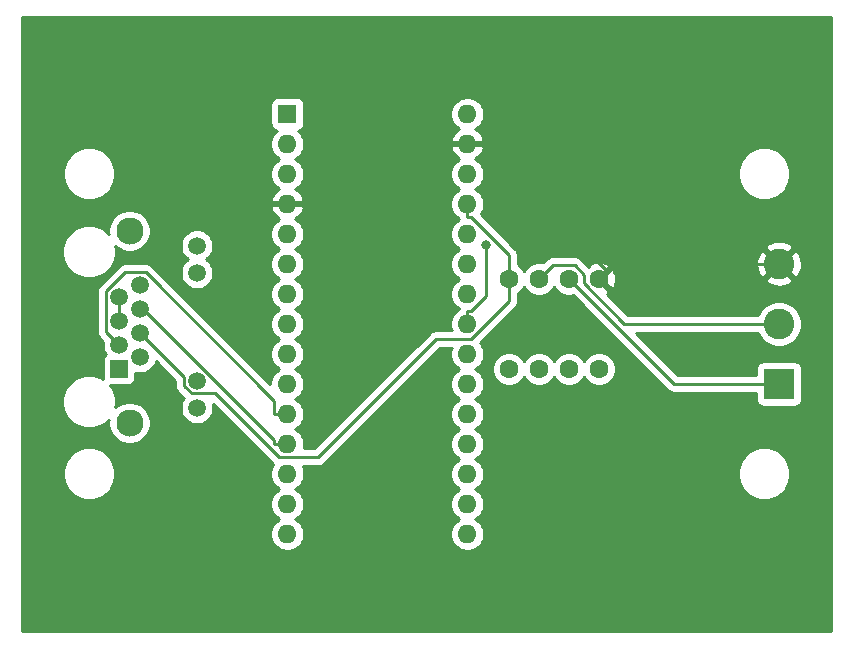
<source format=gbr>
%TF.GenerationSoftware,KiCad,Pcbnew,(5.1.6)-1*%
%TF.CreationDate,2020-09-23T17:10:44+08:00*%
%TF.ProjectId,Power Meter,506f7765-7220-44d6-9574-65722e6b6963,rev?*%
%TF.SameCoordinates,Original*%
%TF.FileFunction,Copper,L2,Bot*%
%TF.FilePolarity,Positive*%
%FSLAX46Y46*%
G04 Gerber Fmt 4.6, Leading zero omitted, Abs format (unit mm)*
G04 Created by KiCad (PCBNEW (5.1.6)-1) date 2020-09-23 17:10:44*
%MOMM*%
%LPD*%
G01*
G04 APERTURE LIST*
%TA.AperFunction,ComponentPad*%
%ADD10O,1.600000X1.600000*%
%TD*%
%TA.AperFunction,ComponentPad*%
%ADD11R,1.600000X1.600000*%
%TD*%
%TA.AperFunction,ComponentPad*%
%ADD12R,1.500000X1.500000*%
%TD*%
%TA.AperFunction,ComponentPad*%
%ADD13C,1.500000*%
%TD*%
%TA.AperFunction,ComponentPad*%
%ADD14C,2.300000*%
%TD*%
%TA.AperFunction,ComponentPad*%
%ADD15R,2.600000X2.600000*%
%TD*%
%TA.AperFunction,ComponentPad*%
%ADD16C,2.600000*%
%TD*%
%TA.AperFunction,ComponentPad*%
%ADD17C,1.600200*%
%TD*%
%TA.AperFunction,ViaPad*%
%ADD18C,0.800000*%
%TD*%
%TA.AperFunction,Conductor*%
%ADD19C,0.250000*%
%TD*%
%TA.AperFunction,Conductor*%
%ADD20C,0.254000*%
%TD*%
G04 APERTURE END LIST*
D10*
%TO.P,A1,16*%
%TO.N,Net-(A1-Pad16)*%
X162845000Y-110490000D03*
%TO.P,A1,15*%
%TO.N,Net-(A1-Pad15)*%
X147605000Y-110490000D03*
%TO.P,A1,30*%
%TO.N,Net-(A1-Pad30)*%
X162845000Y-74930000D03*
%TO.P,A1,14*%
%TO.N,Net-(A1-Pad14)*%
X147605000Y-107950000D03*
%TO.P,A1,29*%
%TO.N,GND*%
X162845000Y-77470000D03*
%TO.P,A1,13*%
%TO.N,Net-(A1-Pad13)*%
X147605000Y-105410000D03*
%TO.P,A1,28*%
%TO.N,Net-(A1-Pad28)*%
X162845000Y-80010000D03*
%TO.P,A1,12*%
%TO.N,D9_TX*%
X147605000Y-102870000D03*
%TO.P,A1,27*%
%TO.N,+5V*%
X162845000Y-82550000D03*
%TO.P,A1,11*%
%TO.N,D8_RX*%
X147605000Y-100330000D03*
%TO.P,A1,26*%
%TO.N,Net-(A1-Pad26)*%
X162845000Y-85090000D03*
%TO.P,A1,10*%
%TO.N,Net-(A1-Pad10)*%
X147605000Y-97790000D03*
%TO.P,A1,25*%
%TO.N,Net-(A1-Pad25)*%
X162845000Y-87630000D03*
%TO.P,A1,9*%
%TO.N,Net-(A1-Pad9)*%
X147605000Y-95250000D03*
%TO.P,A1,24*%
%TO.N,SCL-HV*%
X162845000Y-90170000D03*
%TO.P,A1,8*%
%TO.N,DE*%
X147605000Y-92710000D03*
%TO.P,A1,23*%
%TO.N,SDA-HV*%
X162845000Y-92710000D03*
%TO.P,A1,7*%
%TO.N,DI*%
X147605000Y-90170000D03*
%TO.P,A1,22*%
%TO.N,Net-(A1-Pad22)*%
X162845000Y-95250000D03*
%TO.P,A1,6*%
%TO.N,RO*%
X147605000Y-87630000D03*
%TO.P,A1,21*%
%TO.N,Net-(A1-Pad21)*%
X162845000Y-97790000D03*
%TO.P,A1,5*%
%TO.N,Net-(A1-Pad5)*%
X147605000Y-85090000D03*
%TO.P,A1,20*%
%TO.N,Net-(A1-Pad20)*%
X162845000Y-100330000D03*
%TO.P,A1,4*%
%TO.N,GND*%
X147605000Y-82550000D03*
%TO.P,A1,19*%
%TO.N,Net-(A1-Pad19)*%
X162845000Y-102870000D03*
%TO.P,A1,3*%
%TO.N,Net-(A1-Pad3)*%
X147605000Y-80010000D03*
%TO.P,A1,18*%
%TO.N,Net-(A1-Pad18)*%
X162845000Y-105410000D03*
%TO.P,A1,2*%
%TO.N,Net-(A1-Pad2)*%
X147605000Y-77470000D03*
%TO.P,A1,17*%
%TO.N,Net-(A1-Pad17)*%
X162845000Y-107950000D03*
D11*
%TO.P,A1,1*%
%TO.N,Net-(A1-Pad1)*%
X147605000Y-74930000D03*
%TD*%
D12*
%TO.P,J1,1*%
%TO.N,SDA-LV*%
X133350000Y-96520000D03*
D13*
%TO.P,J1,3*%
%TO.N,D8_RX*%
X133350000Y-94488000D03*
%TO.P,J1,5*%
%TO.N,GND*%
X133350000Y-92456000D03*
%TO.P,J1,7*%
X133350000Y-90424000D03*
%TO.P,J1,2*%
%TO.N,SCL-LV*%
X135130000Y-95504000D03*
%TO.P,J1,4*%
%TO.N,+5V*%
X135130000Y-93472000D03*
%TO.P,J1,6*%
%TO.N,D9_TX*%
X135130000Y-91440000D03*
%TO.P,J1,8*%
%TO.N,+3.3VADC*%
X135130000Y-89408000D03*
D14*
%TO.P,J1,SH*%
%TO.N,N/C*%
X134240000Y-84830000D03*
X134240000Y-101090000D03*
D13*
%TO.P,J1,9*%
%TO.N,Net-(J1-Pad9)*%
X139950000Y-99820000D03*
%TO.P,J1,10*%
%TO.N,Net-(J1-Pad10)*%
X139950000Y-97530000D03*
%TO.P,J1,11*%
%TO.N,Net-(J1-Pad11)*%
X139950000Y-88390000D03*
%TO.P,J1,12*%
%TO.N,Net-(J1-Pad12)*%
X139950000Y-86100000D03*
%TD*%
D15*
%TO.P,J2,1*%
%TO.N,Net-(J2-Pad1)*%
X189230000Y-97790000D03*
D16*
%TO.P,J2,2*%
%TO.N,Net-(J2-Pad2)*%
X189230000Y-92710000D03*
%TO.P,J2,3*%
%TO.N,GND*%
X189230000Y-87630000D03*
%TD*%
D17*
%TO.P,U1,1*%
%TO.N,D3*%
X166370000Y-96520000D03*
%TO.P,U1,2*%
%TO.N,D8*%
X168910000Y-96520000D03*
%TO.P,U1,3*%
X171450000Y-96520000D03*
%TO.P,U1,4*%
%TO.N,D4*%
X173990000Y-96520000D03*
%TO.P,U1,5*%
%TO.N,GND*%
X173990000Y-88900000D03*
%TO.P,U1,6*%
%TO.N,Net-(J2-Pad1)*%
X171450000Y-88900000D03*
%TO.P,U1,7*%
%TO.N,Net-(J2-Pad2)*%
X168910000Y-88900000D03*
%TO.P,U1,8*%
%TO.N,+5V*%
X166370000Y-88900000D03*
%TD*%
D18*
%TO.N,SDA-HV*%
X164400100Y-85993500D03*
%TD*%
D19*
%TO.N,GND*%
X174695200Y-88194800D02*
X173990000Y-88900000D01*
X189230000Y-87630000D02*
X175260000Y-87630000D01*
X175260000Y-87630000D02*
X174695200Y-88194800D01*
X174695200Y-88194800D02*
X163970300Y-77470000D01*
X162845000Y-77470000D02*
X163970300Y-77470000D01*
X133350000Y-90424000D02*
X133350000Y-92456000D01*
%TO.N,SDA-HV*%
X162845000Y-92710000D02*
X162845000Y-91584700D01*
X162845000Y-91584700D02*
X163126300Y-91584700D01*
X163126300Y-91584700D02*
X164400100Y-90310900D01*
X164400100Y-90310900D02*
X164400100Y-85993500D01*
%TO.N,D8_RX*%
X147605000Y-100330000D02*
X146479700Y-100330000D01*
X133350000Y-94488000D02*
X132252400Y-93390400D01*
X132252400Y-93390400D02*
X132252400Y-89952800D01*
X132252400Y-89952800D02*
X133885300Y-88319900D01*
X133885300Y-88319900D02*
X135594900Y-88319900D01*
X135594900Y-88319900D02*
X146479700Y-99204700D01*
X146479700Y-99204700D02*
X146479700Y-100330000D01*
%TO.N,+5V*%
X135130000Y-93472000D02*
X138874700Y-97216700D01*
X138874700Y-97216700D02*
X138874700Y-97975400D01*
X138874700Y-97975400D02*
X139504600Y-98605300D01*
X139504600Y-98605300D02*
X141501600Y-98605300D01*
X141501600Y-98605300D02*
X146903200Y-104006900D01*
X146903200Y-104006900D02*
X150197900Y-104006900D01*
X150197900Y-104006900D02*
X160224800Y-93980000D01*
X160224800Y-93980000D02*
X163169000Y-93980000D01*
X163169000Y-93980000D02*
X166370000Y-90779000D01*
X166370000Y-90779000D02*
X166370000Y-88900000D01*
X162845000Y-83675300D02*
X163126300Y-83675300D01*
X163126300Y-83675300D02*
X166370000Y-86919000D01*
X166370000Y-86919000D02*
X166370000Y-88900000D01*
X162845000Y-82550000D02*
X162845000Y-83675300D01*
%TO.N,D9_TX*%
X147605000Y-102870000D02*
X146479700Y-102870000D01*
X135130000Y-91440000D02*
X135387200Y-91440000D01*
X135387200Y-91440000D02*
X146479700Y-102532500D01*
X146479700Y-102532500D02*
X146479700Y-102870000D01*
%TO.N,Net-(J2-Pad1)*%
X171450000Y-88900000D02*
X180340000Y-97790000D01*
X180340000Y-97790000D02*
X189230000Y-97790000D01*
%TO.N,Net-(J2-Pad2)*%
X168910000Y-88900000D02*
X170054100Y-87755900D01*
X170054100Y-87755900D02*
X171928600Y-87755900D01*
X171928600Y-87755900D02*
X172720000Y-88547300D01*
X172720000Y-88547300D02*
X172720000Y-89286700D01*
X172720000Y-89286700D02*
X176143300Y-92710000D01*
X176143300Y-92710000D02*
X189230000Y-92710000D01*
%TD*%
D20*
%TO.N,GND*%
G36*
X193650000Y-68612418D02*
G01*
X193650001Y-68612428D01*
X193650000Y-118720000D01*
X125120000Y-118720000D01*
X125120000Y-105189872D01*
X128575000Y-105189872D01*
X128575000Y-105630128D01*
X128660890Y-106061925D01*
X128829369Y-106468669D01*
X129073962Y-106834729D01*
X129385271Y-107146038D01*
X129751331Y-107390631D01*
X130158075Y-107559110D01*
X130589872Y-107645000D01*
X131030128Y-107645000D01*
X131461925Y-107559110D01*
X131868669Y-107390631D01*
X132234729Y-107146038D01*
X132546038Y-106834729D01*
X132790631Y-106468669D01*
X132959110Y-106061925D01*
X133045000Y-105630128D01*
X133045000Y-105189872D01*
X132959110Y-104758075D01*
X132790631Y-104351331D01*
X132546038Y-103985271D01*
X132234729Y-103673962D01*
X131868669Y-103429369D01*
X131461925Y-103260890D01*
X131030128Y-103175000D01*
X130589872Y-103175000D01*
X130158075Y-103260890D01*
X129751331Y-103429369D01*
X129385271Y-103673962D01*
X129073962Y-103985271D01*
X128829369Y-104351331D01*
X128660890Y-104758075D01*
X128575000Y-105189872D01*
X125120000Y-105189872D01*
X125120000Y-99087409D01*
X128550000Y-99087409D01*
X128550000Y-99532591D01*
X128636851Y-99969218D01*
X128807214Y-100380511D01*
X129054544Y-100750666D01*
X129369334Y-101065456D01*
X129739489Y-101312786D01*
X130150782Y-101483149D01*
X130587409Y-101570000D01*
X131032591Y-101570000D01*
X131469218Y-101483149D01*
X131880511Y-101312786D01*
X132250666Y-101065456D01*
X132468178Y-100847944D01*
X132455000Y-100914193D01*
X132455000Y-101265807D01*
X132523596Y-101610665D01*
X132658153Y-101935515D01*
X132853500Y-102227871D01*
X133102129Y-102476500D01*
X133394485Y-102671847D01*
X133719335Y-102806404D01*
X134064193Y-102875000D01*
X134415807Y-102875000D01*
X134760665Y-102806404D01*
X135085515Y-102671847D01*
X135377871Y-102476500D01*
X135626500Y-102227871D01*
X135821847Y-101935515D01*
X135956404Y-101610665D01*
X136025000Y-101265807D01*
X136025000Y-100914193D01*
X135956404Y-100569335D01*
X135821847Y-100244485D01*
X135626500Y-99952129D01*
X135377871Y-99703500D01*
X135085515Y-99508153D01*
X134760665Y-99373596D01*
X134415807Y-99305000D01*
X134064193Y-99305000D01*
X133719335Y-99373596D01*
X133394485Y-99508153D01*
X133102129Y-99703500D01*
X133019585Y-99786044D01*
X133070000Y-99532591D01*
X133070000Y-99087409D01*
X132983149Y-98650782D01*
X132812786Y-98239489D01*
X132590730Y-97907159D01*
X132600000Y-97908072D01*
X134100000Y-97908072D01*
X134224482Y-97895812D01*
X134344180Y-97859502D01*
X134454494Y-97800537D01*
X134551185Y-97721185D01*
X134630537Y-97624494D01*
X134689502Y-97514180D01*
X134725812Y-97394482D01*
X134738072Y-97270000D01*
X134738072Y-96838174D01*
X134993589Y-96889000D01*
X135266411Y-96889000D01*
X135533989Y-96835775D01*
X135786043Y-96731371D01*
X136012886Y-96579799D01*
X136205799Y-96386886D01*
X136357371Y-96160043D01*
X136461775Y-95907989D01*
X136466655Y-95883456D01*
X138114700Y-97531502D01*
X138114700Y-97938078D01*
X138111024Y-97975400D01*
X138114700Y-98012722D01*
X138114700Y-98012733D01*
X138125697Y-98124386D01*
X138144401Y-98186043D01*
X138169154Y-98267646D01*
X138239726Y-98399676D01*
X138286209Y-98456315D01*
X138334700Y-98515401D01*
X138363698Y-98539199D01*
X138829104Y-99004606D01*
X138722629Y-99163957D01*
X138618225Y-99416011D01*
X138565000Y-99683589D01*
X138565000Y-99956411D01*
X138618225Y-100223989D01*
X138722629Y-100476043D01*
X138874201Y-100702886D01*
X139067114Y-100895799D01*
X139293957Y-101047371D01*
X139546011Y-101151775D01*
X139813589Y-101205000D01*
X140086411Y-101205000D01*
X140353989Y-101151775D01*
X140606043Y-101047371D01*
X140832886Y-100895799D01*
X141025799Y-100702886D01*
X141177371Y-100476043D01*
X141281775Y-100223989D01*
X141335000Y-99956411D01*
X141335000Y-99683589D01*
X141292766Y-99471267D01*
X146339401Y-104517903D01*
X146363199Y-104546901D01*
X146392197Y-104570699D01*
X146423034Y-104596006D01*
X146333320Y-104730273D01*
X146225147Y-104991426D01*
X146170000Y-105268665D01*
X146170000Y-105551335D01*
X146225147Y-105828574D01*
X146333320Y-106089727D01*
X146490363Y-106324759D01*
X146690241Y-106524637D01*
X146922759Y-106680000D01*
X146690241Y-106835363D01*
X146490363Y-107035241D01*
X146333320Y-107270273D01*
X146225147Y-107531426D01*
X146170000Y-107808665D01*
X146170000Y-108091335D01*
X146225147Y-108368574D01*
X146333320Y-108629727D01*
X146490363Y-108864759D01*
X146690241Y-109064637D01*
X146922759Y-109220000D01*
X146690241Y-109375363D01*
X146490363Y-109575241D01*
X146333320Y-109810273D01*
X146225147Y-110071426D01*
X146170000Y-110348665D01*
X146170000Y-110631335D01*
X146225147Y-110908574D01*
X146333320Y-111169727D01*
X146490363Y-111404759D01*
X146690241Y-111604637D01*
X146925273Y-111761680D01*
X147186426Y-111869853D01*
X147463665Y-111925000D01*
X147746335Y-111925000D01*
X148023574Y-111869853D01*
X148284727Y-111761680D01*
X148519759Y-111604637D01*
X148719637Y-111404759D01*
X148876680Y-111169727D01*
X148984853Y-110908574D01*
X149040000Y-110631335D01*
X149040000Y-110348665D01*
X148984853Y-110071426D01*
X148876680Y-109810273D01*
X148719637Y-109575241D01*
X148519759Y-109375363D01*
X148287241Y-109220000D01*
X148519759Y-109064637D01*
X148719637Y-108864759D01*
X148876680Y-108629727D01*
X148984853Y-108368574D01*
X149040000Y-108091335D01*
X149040000Y-107808665D01*
X148984853Y-107531426D01*
X148876680Y-107270273D01*
X148719637Y-107035241D01*
X148519759Y-106835363D01*
X148287241Y-106680000D01*
X148519759Y-106524637D01*
X148719637Y-106324759D01*
X148876680Y-106089727D01*
X148984853Y-105828574D01*
X149040000Y-105551335D01*
X149040000Y-105268665D01*
X148984853Y-104991426D01*
X148891851Y-104766900D01*
X150160578Y-104766900D01*
X150197900Y-104770576D01*
X150235222Y-104766900D01*
X150235233Y-104766900D01*
X150346886Y-104755903D01*
X150490147Y-104712446D01*
X150622176Y-104641874D01*
X150737901Y-104546901D01*
X150761704Y-104517897D01*
X160539602Y-94740000D01*
X161503017Y-94740000D01*
X161465147Y-94831426D01*
X161410000Y-95108665D01*
X161410000Y-95391335D01*
X161465147Y-95668574D01*
X161573320Y-95929727D01*
X161730363Y-96164759D01*
X161930241Y-96364637D01*
X162162759Y-96520000D01*
X161930241Y-96675363D01*
X161730363Y-96875241D01*
X161573320Y-97110273D01*
X161465147Y-97371426D01*
X161410000Y-97648665D01*
X161410000Y-97931335D01*
X161465147Y-98208574D01*
X161573320Y-98469727D01*
X161730363Y-98704759D01*
X161930241Y-98904637D01*
X162162759Y-99060000D01*
X161930241Y-99215363D01*
X161730363Y-99415241D01*
X161573320Y-99650273D01*
X161465147Y-99911426D01*
X161410000Y-100188665D01*
X161410000Y-100471335D01*
X161465147Y-100748574D01*
X161573320Y-101009727D01*
X161730363Y-101244759D01*
X161930241Y-101444637D01*
X162162759Y-101600000D01*
X161930241Y-101755363D01*
X161730363Y-101955241D01*
X161573320Y-102190273D01*
X161465147Y-102451426D01*
X161410000Y-102728665D01*
X161410000Y-103011335D01*
X161465147Y-103288574D01*
X161573320Y-103549727D01*
X161730363Y-103784759D01*
X161930241Y-103984637D01*
X162162759Y-104140000D01*
X161930241Y-104295363D01*
X161730363Y-104495241D01*
X161573320Y-104730273D01*
X161465147Y-104991426D01*
X161410000Y-105268665D01*
X161410000Y-105551335D01*
X161465147Y-105828574D01*
X161573320Y-106089727D01*
X161730363Y-106324759D01*
X161930241Y-106524637D01*
X162162759Y-106680000D01*
X161930241Y-106835363D01*
X161730363Y-107035241D01*
X161573320Y-107270273D01*
X161465147Y-107531426D01*
X161410000Y-107808665D01*
X161410000Y-108091335D01*
X161465147Y-108368574D01*
X161573320Y-108629727D01*
X161730363Y-108864759D01*
X161930241Y-109064637D01*
X162162759Y-109220000D01*
X161930241Y-109375363D01*
X161730363Y-109575241D01*
X161573320Y-109810273D01*
X161465147Y-110071426D01*
X161410000Y-110348665D01*
X161410000Y-110631335D01*
X161465147Y-110908574D01*
X161573320Y-111169727D01*
X161730363Y-111404759D01*
X161930241Y-111604637D01*
X162165273Y-111761680D01*
X162426426Y-111869853D01*
X162703665Y-111925000D01*
X162986335Y-111925000D01*
X163263574Y-111869853D01*
X163524727Y-111761680D01*
X163759759Y-111604637D01*
X163959637Y-111404759D01*
X164116680Y-111169727D01*
X164224853Y-110908574D01*
X164280000Y-110631335D01*
X164280000Y-110348665D01*
X164224853Y-110071426D01*
X164116680Y-109810273D01*
X163959637Y-109575241D01*
X163759759Y-109375363D01*
X163527241Y-109220000D01*
X163759759Y-109064637D01*
X163959637Y-108864759D01*
X164116680Y-108629727D01*
X164224853Y-108368574D01*
X164280000Y-108091335D01*
X164280000Y-107808665D01*
X164224853Y-107531426D01*
X164116680Y-107270273D01*
X163959637Y-107035241D01*
X163759759Y-106835363D01*
X163527241Y-106680000D01*
X163759759Y-106524637D01*
X163959637Y-106324759D01*
X164116680Y-106089727D01*
X164224853Y-105828574D01*
X164280000Y-105551335D01*
X164280000Y-105268665D01*
X164264327Y-105189872D01*
X185725000Y-105189872D01*
X185725000Y-105630128D01*
X185810890Y-106061925D01*
X185979369Y-106468669D01*
X186223962Y-106834729D01*
X186535271Y-107146038D01*
X186901331Y-107390631D01*
X187308075Y-107559110D01*
X187739872Y-107645000D01*
X188180128Y-107645000D01*
X188611925Y-107559110D01*
X189018669Y-107390631D01*
X189384729Y-107146038D01*
X189696038Y-106834729D01*
X189940631Y-106468669D01*
X190109110Y-106061925D01*
X190195000Y-105630128D01*
X190195000Y-105189872D01*
X190109110Y-104758075D01*
X189940631Y-104351331D01*
X189696038Y-103985271D01*
X189384729Y-103673962D01*
X189018669Y-103429369D01*
X188611925Y-103260890D01*
X188180128Y-103175000D01*
X187739872Y-103175000D01*
X187308075Y-103260890D01*
X186901331Y-103429369D01*
X186535271Y-103673962D01*
X186223962Y-103985271D01*
X185979369Y-104351331D01*
X185810890Y-104758075D01*
X185725000Y-105189872D01*
X164264327Y-105189872D01*
X164224853Y-104991426D01*
X164116680Y-104730273D01*
X163959637Y-104495241D01*
X163759759Y-104295363D01*
X163527241Y-104140000D01*
X163759759Y-103984637D01*
X163959637Y-103784759D01*
X164116680Y-103549727D01*
X164224853Y-103288574D01*
X164280000Y-103011335D01*
X164280000Y-102728665D01*
X164224853Y-102451426D01*
X164116680Y-102190273D01*
X163959637Y-101955241D01*
X163759759Y-101755363D01*
X163527241Y-101600000D01*
X163759759Y-101444637D01*
X163959637Y-101244759D01*
X164116680Y-101009727D01*
X164224853Y-100748574D01*
X164280000Y-100471335D01*
X164280000Y-100188665D01*
X164224853Y-99911426D01*
X164116680Y-99650273D01*
X163959637Y-99415241D01*
X163759759Y-99215363D01*
X163527241Y-99060000D01*
X163759759Y-98904637D01*
X163959637Y-98704759D01*
X164116680Y-98469727D01*
X164224853Y-98208574D01*
X164280000Y-97931335D01*
X164280000Y-97648665D01*
X164224853Y-97371426D01*
X164116680Y-97110273D01*
X163959637Y-96875241D01*
X163759759Y-96675363D01*
X163527241Y-96520000D01*
X163738779Y-96378655D01*
X164934900Y-96378655D01*
X164934900Y-96661345D01*
X164990050Y-96938603D01*
X165098231Y-97199775D01*
X165255285Y-97434823D01*
X165455177Y-97634715D01*
X165690225Y-97791769D01*
X165951397Y-97899950D01*
X166228655Y-97955100D01*
X166511345Y-97955100D01*
X166788603Y-97899950D01*
X167049775Y-97791769D01*
X167284823Y-97634715D01*
X167484715Y-97434823D01*
X167640000Y-97202422D01*
X167795285Y-97434823D01*
X167995177Y-97634715D01*
X168230225Y-97791769D01*
X168491397Y-97899950D01*
X168768655Y-97955100D01*
X169051345Y-97955100D01*
X169328603Y-97899950D01*
X169589775Y-97791769D01*
X169824823Y-97634715D01*
X170024715Y-97434823D01*
X170180000Y-97202422D01*
X170335285Y-97434823D01*
X170535177Y-97634715D01*
X170770225Y-97791769D01*
X171031397Y-97899950D01*
X171308655Y-97955100D01*
X171591345Y-97955100D01*
X171868603Y-97899950D01*
X172129775Y-97791769D01*
X172364823Y-97634715D01*
X172564715Y-97434823D01*
X172720000Y-97202422D01*
X172875285Y-97434823D01*
X173075177Y-97634715D01*
X173310225Y-97791769D01*
X173571397Y-97899950D01*
X173848655Y-97955100D01*
X174131345Y-97955100D01*
X174408603Y-97899950D01*
X174669775Y-97791769D01*
X174904823Y-97634715D01*
X175104715Y-97434823D01*
X175261769Y-97199775D01*
X175369950Y-96938603D01*
X175425100Y-96661345D01*
X175425100Y-96378655D01*
X175369950Y-96101397D01*
X175261769Y-95840225D01*
X175104715Y-95605177D01*
X174904823Y-95405285D01*
X174669775Y-95248231D01*
X174408603Y-95140050D01*
X174131345Y-95084900D01*
X173848655Y-95084900D01*
X173571397Y-95140050D01*
X173310225Y-95248231D01*
X173075177Y-95405285D01*
X172875285Y-95605177D01*
X172720000Y-95837578D01*
X172564715Y-95605177D01*
X172364823Y-95405285D01*
X172129775Y-95248231D01*
X171868603Y-95140050D01*
X171591345Y-95084900D01*
X171308655Y-95084900D01*
X171031397Y-95140050D01*
X170770225Y-95248231D01*
X170535177Y-95405285D01*
X170335285Y-95605177D01*
X170180000Y-95837578D01*
X170024715Y-95605177D01*
X169824823Y-95405285D01*
X169589775Y-95248231D01*
X169328603Y-95140050D01*
X169051345Y-95084900D01*
X168768655Y-95084900D01*
X168491397Y-95140050D01*
X168230225Y-95248231D01*
X167995177Y-95405285D01*
X167795285Y-95605177D01*
X167640000Y-95837578D01*
X167484715Y-95605177D01*
X167284823Y-95405285D01*
X167049775Y-95248231D01*
X166788603Y-95140050D01*
X166511345Y-95084900D01*
X166228655Y-95084900D01*
X165951397Y-95140050D01*
X165690225Y-95248231D01*
X165455177Y-95405285D01*
X165255285Y-95605177D01*
X165098231Y-95840225D01*
X164990050Y-96101397D01*
X164934900Y-96378655D01*
X163738779Y-96378655D01*
X163759759Y-96364637D01*
X163959637Y-96164759D01*
X164116680Y-95929727D01*
X164224853Y-95668574D01*
X164280000Y-95391335D01*
X164280000Y-95108665D01*
X164224853Y-94831426D01*
X164116680Y-94570273D01*
X163959637Y-94335241D01*
X163924099Y-94299703D01*
X166881004Y-91342798D01*
X166910001Y-91319001D01*
X167004974Y-91203276D01*
X167075546Y-91071247D01*
X167119003Y-90927986D01*
X167130000Y-90816333D01*
X167130000Y-90816332D01*
X167133677Y-90779000D01*
X167130000Y-90741667D01*
X167130000Y-90118164D01*
X167284823Y-90014715D01*
X167484715Y-89814823D01*
X167640000Y-89582422D01*
X167795285Y-89814823D01*
X167995177Y-90014715D01*
X168230225Y-90171769D01*
X168491397Y-90279950D01*
X168768655Y-90335100D01*
X169051345Y-90335100D01*
X169328603Y-90279950D01*
X169589775Y-90171769D01*
X169824823Y-90014715D01*
X170024715Y-89814823D01*
X170180000Y-89582422D01*
X170335285Y-89814823D01*
X170535177Y-90014715D01*
X170770225Y-90171769D01*
X171031397Y-90279950D01*
X171308655Y-90335100D01*
X171591345Y-90335100D01*
X171773972Y-90298773D01*
X179776201Y-98301003D01*
X179799999Y-98330001D01*
X179828997Y-98353799D01*
X179915724Y-98424974D01*
X180047753Y-98495546D01*
X180191014Y-98539003D01*
X180340000Y-98553677D01*
X180377333Y-98550000D01*
X187291928Y-98550000D01*
X187291928Y-99090000D01*
X187304188Y-99214482D01*
X187340498Y-99334180D01*
X187399463Y-99444494D01*
X187478815Y-99541185D01*
X187575506Y-99620537D01*
X187685820Y-99679502D01*
X187805518Y-99715812D01*
X187930000Y-99728072D01*
X190530000Y-99728072D01*
X190654482Y-99715812D01*
X190774180Y-99679502D01*
X190884494Y-99620537D01*
X190981185Y-99541185D01*
X191060537Y-99444494D01*
X191119502Y-99334180D01*
X191155812Y-99214482D01*
X191168072Y-99090000D01*
X191168072Y-96490000D01*
X191155812Y-96365518D01*
X191119502Y-96245820D01*
X191060537Y-96135506D01*
X190981185Y-96038815D01*
X190884494Y-95959463D01*
X190774180Y-95900498D01*
X190654482Y-95864188D01*
X190530000Y-95851928D01*
X187930000Y-95851928D01*
X187805518Y-95864188D01*
X187685820Y-95900498D01*
X187575506Y-95959463D01*
X187478815Y-96038815D01*
X187399463Y-96135506D01*
X187340498Y-96245820D01*
X187304188Y-96365518D01*
X187291928Y-96490000D01*
X187291928Y-97030000D01*
X180654802Y-97030000D01*
X177094802Y-93470000D01*
X187450373Y-93470000D01*
X187515225Y-93626566D01*
X187726987Y-93943491D01*
X187996509Y-94213013D01*
X188313434Y-94424775D01*
X188665581Y-94570639D01*
X189039419Y-94645000D01*
X189420581Y-94645000D01*
X189794419Y-94570639D01*
X190146566Y-94424775D01*
X190463491Y-94213013D01*
X190733013Y-93943491D01*
X190944775Y-93626566D01*
X191090639Y-93274419D01*
X191165000Y-92900581D01*
X191165000Y-92519419D01*
X191090639Y-92145581D01*
X190944775Y-91793434D01*
X190733013Y-91476509D01*
X190463491Y-91206987D01*
X190146566Y-90995225D01*
X189794419Y-90849361D01*
X189420581Y-90775000D01*
X189039419Y-90775000D01*
X188665581Y-90849361D01*
X188313434Y-90995225D01*
X187996509Y-91206987D01*
X187726987Y-91476509D01*
X187515225Y-91793434D01*
X187450373Y-91950000D01*
X176458102Y-91950000D01*
X174675062Y-90166961D01*
X174731574Y-90136754D01*
X174803169Y-89892774D01*
X173990000Y-89079605D01*
X173975858Y-89093748D01*
X173796253Y-88914143D01*
X173810395Y-88900000D01*
X174169605Y-88900000D01*
X174982774Y-89713169D01*
X175226754Y-89641574D01*
X175347664Y-89386046D01*
X175416400Y-89111839D01*
X175422938Y-88979224D01*
X188060381Y-88979224D01*
X188192317Y-89274312D01*
X188533045Y-89445159D01*
X188900557Y-89546250D01*
X189280729Y-89573701D01*
X189658951Y-89526457D01*
X190020690Y-89406333D01*
X190267683Y-89274312D01*
X190399619Y-88979224D01*
X189230000Y-87809605D01*
X188060381Y-88979224D01*
X175422938Y-88979224D01*
X175430320Y-88829492D01*
X175388889Y-88549853D01*
X175293700Y-88283672D01*
X175226754Y-88158426D01*
X174982774Y-88086831D01*
X174169605Y-88900000D01*
X173810395Y-88900000D01*
X173796253Y-88885858D01*
X173975858Y-88706253D01*
X173990000Y-88720395D01*
X174803169Y-87907226D01*
X174736705Y-87680729D01*
X187286299Y-87680729D01*
X187333543Y-88058951D01*
X187453667Y-88420690D01*
X187585688Y-88667683D01*
X187880776Y-88799619D01*
X189050395Y-87630000D01*
X189409605Y-87630000D01*
X190579224Y-88799619D01*
X190874312Y-88667683D01*
X191045159Y-88326955D01*
X191146250Y-87959443D01*
X191173701Y-87579271D01*
X191126457Y-87201049D01*
X191006333Y-86839310D01*
X190874312Y-86592317D01*
X190579224Y-86460381D01*
X189409605Y-87630000D01*
X189050395Y-87630000D01*
X187880776Y-86460381D01*
X187585688Y-86592317D01*
X187414841Y-86933045D01*
X187313750Y-87300557D01*
X187286299Y-87680729D01*
X174736705Y-87680729D01*
X174731574Y-87663246D01*
X174476046Y-87542336D01*
X174201839Y-87473600D01*
X173919492Y-87459680D01*
X173639853Y-87501111D01*
X173373672Y-87596300D01*
X173248426Y-87663246D01*
X173176832Y-87907224D01*
X173060560Y-87790952D01*
X173049507Y-87802005D01*
X172492403Y-87244902D01*
X172468601Y-87215899D01*
X172352876Y-87120926D01*
X172220847Y-87050354D01*
X172077586Y-87006897D01*
X171965933Y-86995900D01*
X171965922Y-86995900D01*
X171928600Y-86992224D01*
X171891278Y-86995900D01*
X170091425Y-86995900D01*
X170054100Y-86992224D01*
X170016775Y-86995900D01*
X170016767Y-86995900D01*
X169905114Y-87006897D01*
X169761853Y-87050354D01*
X169629824Y-87120926D01*
X169514099Y-87215899D01*
X169490301Y-87244897D01*
X169233972Y-87501227D01*
X169051345Y-87464900D01*
X168768655Y-87464900D01*
X168491397Y-87520050D01*
X168230225Y-87628231D01*
X167995177Y-87785285D01*
X167795285Y-87985177D01*
X167640000Y-88217578D01*
X167484715Y-87985177D01*
X167284823Y-87785285D01*
X167130000Y-87681836D01*
X167130000Y-86956333D01*
X167133677Y-86919000D01*
X167119003Y-86770014D01*
X167075546Y-86626753D01*
X167004974Y-86494724D01*
X166933799Y-86407997D01*
X166910001Y-86378999D01*
X166881004Y-86355202D01*
X166806578Y-86280776D01*
X188060381Y-86280776D01*
X189230000Y-87450395D01*
X190399619Y-86280776D01*
X190267683Y-85985688D01*
X189926955Y-85814841D01*
X189559443Y-85713750D01*
X189179271Y-85686299D01*
X188801049Y-85733543D01*
X188439310Y-85853667D01*
X188192317Y-85985688D01*
X188060381Y-86280776D01*
X166806578Y-86280776D01*
X163972023Y-83446222D01*
X164116680Y-83229727D01*
X164224853Y-82968574D01*
X164280000Y-82691335D01*
X164280000Y-82408665D01*
X164224853Y-82131426D01*
X164116680Y-81870273D01*
X163959637Y-81635241D01*
X163759759Y-81435363D01*
X163527241Y-81280000D01*
X163759759Y-81124637D01*
X163959637Y-80924759D01*
X164116680Y-80689727D01*
X164224853Y-80428574D01*
X164280000Y-80151335D01*
X164280000Y-79868665D01*
X164264327Y-79789872D01*
X185725000Y-79789872D01*
X185725000Y-80230128D01*
X185810890Y-80661925D01*
X185979369Y-81068669D01*
X186223962Y-81434729D01*
X186535271Y-81746038D01*
X186901331Y-81990631D01*
X187308075Y-82159110D01*
X187739872Y-82245000D01*
X188180128Y-82245000D01*
X188611925Y-82159110D01*
X189018669Y-81990631D01*
X189384729Y-81746038D01*
X189696038Y-81434729D01*
X189940631Y-81068669D01*
X190109110Y-80661925D01*
X190195000Y-80230128D01*
X190195000Y-79789872D01*
X190109110Y-79358075D01*
X189940631Y-78951331D01*
X189696038Y-78585271D01*
X189384729Y-78273962D01*
X189018669Y-78029369D01*
X188611925Y-77860890D01*
X188180128Y-77775000D01*
X187739872Y-77775000D01*
X187308075Y-77860890D01*
X186901331Y-78029369D01*
X186535271Y-78273962D01*
X186223962Y-78585271D01*
X185979369Y-78951331D01*
X185810890Y-79358075D01*
X185725000Y-79789872D01*
X164264327Y-79789872D01*
X164224853Y-79591426D01*
X164116680Y-79330273D01*
X163959637Y-79095241D01*
X163759759Y-78895363D01*
X163524727Y-78738320D01*
X163514135Y-78733933D01*
X163700131Y-78622385D01*
X163908519Y-78433414D01*
X164076037Y-78207420D01*
X164196246Y-77953087D01*
X164236904Y-77819039D01*
X164114915Y-77597000D01*
X162972000Y-77597000D01*
X162972000Y-77617000D01*
X162718000Y-77617000D01*
X162718000Y-77597000D01*
X161575085Y-77597000D01*
X161453096Y-77819039D01*
X161493754Y-77953087D01*
X161613963Y-78207420D01*
X161781481Y-78433414D01*
X161989869Y-78622385D01*
X162175865Y-78733933D01*
X162165273Y-78738320D01*
X161930241Y-78895363D01*
X161730363Y-79095241D01*
X161573320Y-79330273D01*
X161465147Y-79591426D01*
X161410000Y-79868665D01*
X161410000Y-80151335D01*
X161465147Y-80428574D01*
X161573320Y-80689727D01*
X161730363Y-80924759D01*
X161930241Y-81124637D01*
X162162759Y-81280000D01*
X161930241Y-81435363D01*
X161730363Y-81635241D01*
X161573320Y-81870273D01*
X161465147Y-82131426D01*
X161410000Y-82408665D01*
X161410000Y-82691335D01*
X161465147Y-82968574D01*
X161573320Y-83229727D01*
X161730363Y-83464759D01*
X161930241Y-83664637D01*
X162090842Y-83771947D01*
X162095997Y-83824286D01*
X162106167Y-83857813D01*
X161930241Y-83975363D01*
X161730363Y-84175241D01*
X161573320Y-84410273D01*
X161465147Y-84671426D01*
X161410000Y-84948665D01*
X161410000Y-85231335D01*
X161465147Y-85508574D01*
X161573320Y-85769727D01*
X161730363Y-86004759D01*
X161930241Y-86204637D01*
X162162759Y-86360000D01*
X161930241Y-86515363D01*
X161730363Y-86715241D01*
X161573320Y-86950273D01*
X161465147Y-87211426D01*
X161410000Y-87488665D01*
X161410000Y-87771335D01*
X161465147Y-88048574D01*
X161573320Y-88309727D01*
X161730363Y-88544759D01*
X161930241Y-88744637D01*
X162162759Y-88900000D01*
X161930241Y-89055363D01*
X161730363Y-89255241D01*
X161573320Y-89490273D01*
X161465147Y-89751426D01*
X161410000Y-90028665D01*
X161410000Y-90311335D01*
X161465147Y-90588574D01*
X161573320Y-90849727D01*
X161730363Y-91084759D01*
X161930241Y-91284637D01*
X162106167Y-91402187D01*
X162095997Y-91435714D01*
X162090842Y-91488053D01*
X161930241Y-91595363D01*
X161730363Y-91795241D01*
X161573320Y-92030273D01*
X161465147Y-92291426D01*
X161410000Y-92568665D01*
X161410000Y-92851335D01*
X161465147Y-93128574D01*
X161503017Y-93220000D01*
X160262123Y-93220000D01*
X160224800Y-93216324D01*
X160187477Y-93220000D01*
X160187467Y-93220000D01*
X160075814Y-93230997D01*
X159934712Y-93273799D01*
X159932553Y-93274454D01*
X159800523Y-93345026D01*
X159718671Y-93412201D01*
X159684799Y-93439999D01*
X159661001Y-93468997D01*
X149883099Y-103246900D01*
X148993143Y-103246900D01*
X149040000Y-103011335D01*
X149040000Y-102728665D01*
X148984853Y-102451426D01*
X148876680Y-102190273D01*
X148719637Y-101955241D01*
X148519759Y-101755363D01*
X148287241Y-101600000D01*
X148519759Y-101444637D01*
X148719637Y-101244759D01*
X148876680Y-101009727D01*
X148984853Y-100748574D01*
X149040000Y-100471335D01*
X149040000Y-100188665D01*
X148984853Y-99911426D01*
X148876680Y-99650273D01*
X148719637Y-99415241D01*
X148519759Y-99215363D01*
X148287241Y-99060000D01*
X148519759Y-98904637D01*
X148719637Y-98704759D01*
X148876680Y-98469727D01*
X148984853Y-98208574D01*
X149040000Y-97931335D01*
X149040000Y-97648665D01*
X148984853Y-97371426D01*
X148876680Y-97110273D01*
X148719637Y-96875241D01*
X148519759Y-96675363D01*
X148287241Y-96520000D01*
X148519759Y-96364637D01*
X148719637Y-96164759D01*
X148876680Y-95929727D01*
X148984853Y-95668574D01*
X149040000Y-95391335D01*
X149040000Y-95108665D01*
X148984853Y-94831426D01*
X148876680Y-94570273D01*
X148719637Y-94335241D01*
X148519759Y-94135363D01*
X148287241Y-93980000D01*
X148519759Y-93824637D01*
X148719637Y-93624759D01*
X148876680Y-93389727D01*
X148984853Y-93128574D01*
X149040000Y-92851335D01*
X149040000Y-92568665D01*
X148984853Y-92291426D01*
X148876680Y-92030273D01*
X148719637Y-91795241D01*
X148519759Y-91595363D01*
X148287241Y-91440000D01*
X148519759Y-91284637D01*
X148719637Y-91084759D01*
X148876680Y-90849727D01*
X148984853Y-90588574D01*
X149040000Y-90311335D01*
X149040000Y-90028665D01*
X148984853Y-89751426D01*
X148876680Y-89490273D01*
X148719637Y-89255241D01*
X148519759Y-89055363D01*
X148287241Y-88900000D01*
X148519759Y-88744637D01*
X148719637Y-88544759D01*
X148876680Y-88309727D01*
X148984853Y-88048574D01*
X149040000Y-87771335D01*
X149040000Y-87488665D01*
X148984853Y-87211426D01*
X148876680Y-86950273D01*
X148719637Y-86715241D01*
X148519759Y-86515363D01*
X148287241Y-86360000D01*
X148519759Y-86204637D01*
X148719637Y-86004759D01*
X148876680Y-85769727D01*
X148984853Y-85508574D01*
X149040000Y-85231335D01*
X149040000Y-84948665D01*
X148984853Y-84671426D01*
X148876680Y-84410273D01*
X148719637Y-84175241D01*
X148519759Y-83975363D01*
X148284727Y-83818320D01*
X148274135Y-83813933D01*
X148460131Y-83702385D01*
X148668519Y-83513414D01*
X148836037Y-83287420D01*
X148956246Y-83033087D01*
X148996904Y-82899039D01*
X148874915Y-82677000D01*
X147732000Y-82677000D01*
X147732000Y-82697000D01*
X147478000Y-82697000D01*
X147478000Y-82677000D01*
X146335085Y-82677000D01*
X146213096Y-82899039D01*
X146253754Y-83033087D01*
X146373963Y-83287420D01*
X146541481Y-83513414D01*
X146749869Y-83702385D01*
X146935865Y-83813933D01*
X146925273Y-83818320D01*
X146690241Y-83975363D01*
X146490363Y-84175241D01*
X146333320Y-84410273D01*
X146225147Y-84671426D01*
X146170000Y-84948665D01*
X146170000Y-85231335D01*
X146225147Y-85508574D01*
X146333320Y-85769727D01*
X146490363Y-86004759D01*
X146690241Y-86204637D01*
X146922759Y-86360000D01*
X146690241Y-86515363D01*
X146490363Y-86715241D01*
X146333320Y-86950273D01*
X146225147Y-87211426D01*
X146170000Y-87488665D01*
X146170000Y-87771335D01*
X146225147Y-88048574D01*
X146333320Y-88309727D01*
X146490363Y-88544759D01*
X146690241Y-88744637D01*
X146922759Y-88900000D01*
X146690241Y-89055363D01*
X146490363Y-89255241D01*
X146333320Y-89490273D01*
X146225147Y-89751426D01*
X146170000Y-90028665D01*
X146170000Y-90311335D01*
X146225147Y-90588574D01*
X146333320Y-90849727D01*
X146490363Y-91084759D01*
X146690241Y-91284637D01*
X146922759Y-91440000D01*
X146690241Y-91595363D01*
X146490363Y-91795241D01*
X146333320Y-92030273D01*
X146225147Y-92291426D01*
X146170000Y-92568665D01*
X146170000Y-92851335D01*
X146225147Y-93128574D01*
X146333320Y-93389727D01*
X146490363Y-93624759D01*
X146690241Y-93824637D01*
X146922759Y-93980000D01*
X146690241Y-94135363D01*
X146490363Y-94335241D01*
X146333320Y-94570273D01*
X146225147Y-94831426D01*
X146170000Y-95108665D01*
X146170000Y-95391335D01*
X146225147Y-95668574D01*
X146333320Y-95929727D01*
X146490363Y-96164759D01*
X146690241Y-96364637D01*
X146922759Y-96520000D01*
X146690241Y-96675363D01*
X146490363Y-96875241D01*
X146333320Y-97110273D01*
X146225147Y-97371426D01*
X146170000Y-97648665D01*
X146170000Y-97820198D01*
X136158704Y-87808903D01*
X136134901Y-87779899D01*
X136019176Y-87684926D01*
X135887147Y-87614354D01*
X135743886Y-87570897D01*
X135632233Y-87559900D01*
X135632222Y-87559900D01*
X135594900Y-87556224D01*
X135557578Y-87559900D01*
X133922622Y-87559900D01*
X133885299Y-87556224D01*
X133847976Y-87559900D01*
X133847967Y-87559900D01*
X133736314Y-87570897D01*
X133593053Y-87614354D01*
X133461024Y-87684926D01*
X133345299Y-87779899D01*
X133321501Y-87808897D01*
X131741398Y-89389001D01*
X131712400Y-89412799D01*
X131688602Y-89441797D01*
X131688601Y-89441798D01*
X131617426Y-89528524D01*
X131546854Y-89660554D01*
X131531207Y-89712137D01*
X131512139Y-89775000D01*
X131503398Y-89803815D01*
X131488724Y-89952800D01*
X131492401Y-89990132D01*
X131492400Y-93353077D01*
X131488724Y-93390400D01*
X131492400Y-93427722D01*
X131492400Y-93427732D01*
X131503397Y-93539385D01*
X131546854Y-93682646D01*
X131617426Y-93814676D01*
X131642979Y-93845812D01*
X131712399Y-93930401D01*
X131741402Y-93954204D01*
X131993833Y-94206635D01*
X131965000Y-94351589D01*
X131965000Y-94624411D01*
X132018225Y-94891989D01*
X132122629Y-95144043D01*
X132207324Y-95270798D01*
X132148815Y-95318815D01*
X132069463Y-95415506D01*
X132010498Y-95525820D01*
X131974188Y-95645518D01*
X131961928Y-95770000D01*
X131961928Y-97270000D01*
X131971587Y-97368069D01*
X131880511Y-97307214D01*
X131469218Y-97136851D01*
X131032591Y-97050000D01*
X130587409Y-97050000D01*
X130150782Y-97136851D01*
X129739489Y-97307214D01*
X129369334Y-97554544D01*
X129054544Y-97869334D01*
X128807214Y-98239489D01*
X128636851Y-98650782D01*
X128550000Y-99087409D01*
X125120000Y-99087409D01*
X125120000Y-86387409D01*
X128550000Y-86387409D01*
X128550000Y-86832591D01*
X128636851Y-87269218D01*
X128807214Y-87680511D01*
X129054544Y-88050666D01*
X129369334Y-88365456D01*
X129739489Y-88612786D01*
X130150782Y-88783149D01*
X130587409Y-88870000D01*
X131032591Y-88870000D01*
X131469218Y-88783149D01*
X131880511Y-88612786D01*
X132250666Y-88365456D01*
X132565456Y-88050666D01*
X132812786Y-87680511D01*
X132983149Y-87269218D01*
X133070000Y-86832591D01*
X133070000Y-86387409D01*
X133019585Y-86133956D01*
X133102129Y-86216500D01*
X133394485Y-86411847D01*
X133719335Y-86546404D01*
X134064193Y-86615000D01*
X134415807Y-86615000D01*
X134760665Y-86546404D01*
X135085515Y-86411847D01*
X135377871Y-86216500D01*
X135626500Y-85967871D01*
X135629361Y-85963589D01*
X138565000Y-85963589D01*
X138565000Y-86236411D01*
X138618225Y-86503989D01*
X138722629Y-86756043D01*
X138874201Y-86982886D01*
X139067114Y-87175799D01*
X139170680Y-87245000D01*
X139067114Y-87314201D01*
X138874201Y-87507114D01*
X138722629Y-87733957D01*
X138618225Y-87986011D01*
X138565000Y-88253589D01*
X138565000Y-88526411D01*
X138618225Y-88793989D01*
X138722629Y-89046043D01*
X138874201Y-89272886D01*
X139067114Y-89465799D01*
X139293957Y-89617371D01*
X139546011Y-89721775D01*
X139813589Y-89775000D01*
X140086411Y-89775000D01*
X140353989Y-89721775D01*
X140606043Y-89617371D01*
X140832886Y-89465799D01*
X141025799Y-89272886D01*
X141177371Y-89046043D01*
X141281775Y-88793989D01*
X141335000Y-88526411D01*
X141335000Y-88253589D01*
X141281775Y-87986011D01*
X141177371Y-87733957D01*
X141025799Y-87507114D01*
X140832886Y-87314201D01*
X140729320Y-87245000D01*
X140832886Y-87175799D01*
X141025799Y-86982886D01*
X141177371Y-86756043D01*
X141281775Y-86503989D01*
X141335000Y-86236411D01*
X141335000Y-85963589D01*
X141281775Y-85696011D01*
X141177371Y-85443957D01*
X141025799Y-85217114D01*
X140832886Y-85024201D01*
X140606043Y-84872629D01*
X140353989Y-84768225D01*
X140086411Y-84715000D01*
X139813589Y-84715000D01*
X139546011Y-84768225D01*
X139293957Y-84872629D01*
X139067114Y-85024201D01*
X138874201Y-85217114D01*
X138722629Y-85443957D01*
X138618225Y-85696011D01*
X138565000Y-85963589D01*
X135629361Y-85963589D01*
X135821847Y-85675515D01*
X135956404Y-85350665D01*
X136025000Y-85005807D01*
X136025000Y-84654193D01*
X135956404Y-84309335D01*
X135821847Y-83984485D01*
X135626500Y-83692129D01*
X135377871Y-83443500D01*
X135085515Y-83248153D01*
X134760665Y-83113596D01*
X134415807Y-83045000D01*
X134064193Y-83045000D01*
X133719335Y-83113596D01*
X133394485Y-83248153D01*
X133102129Y-83443500D01*
X132853500Y-83692129D01*
X132658153Y-83984485D01*
X132523596Y-84309335D01*
X132455000Y-84654193D01*
X132455000Y-85005807D01*
X132468178Y-85072056D01*
X132250666Y-84854544D01*
X131880511Y-84607214D01*
X131469218Y-84436851D01*
X131032591Y-84350000D01*
X130587409Y-84350000D01*
X130150782Y-84436851D01*
X129739489Y-84607214D01*
X129369334Y-84854544D01*
X129054544Y-85169334D01*
X128807214Y-85539489D01*
X128636851Y-85950782D01*
X128550000Y-86387409D01*
X125120000Y-86387409D01*
X125120000Y-79789872D01*
X128575000Y-79789872D01*
X128575000Y-80230128D01*
X128660890Y-80661925D01*
X128829369Y-81068669D01*
X129073962Y-81434729D01*
X129385271Y-81746038D01*
X129751331Y-81990631D01*
X130158075Y-82159110D01*
X130589872Y-82245000D01*
X131030128Y-82245000D01*
X131461925Y-82159110D01*
X131868669Y-81990631D01*
X132234729Y-81746038D01*
X132546038Y-81434729D01*
X132790631Y-81068669D01*
X132959110Y-80661925D01*
X133045000Y-80230128D01*
X133045000Y-79789872D01*
X132959110Y-79358075D01*
X132790631Y-78951331D01*
X132546038Y-78585271D01*
X132234729Y-78273962D01*
X131868669Y-78029369D01*
X131461925Y-77860890D01*
X131030128Y-77775000D01*
X130589872Y-77775000D01*
X130158075Y-77860890D01*
X129751331Y-78029369D01*
X129385271Y-78273962D01*
X129073962Y-78585271D01*
X128829369Y-78951331D01*
X128660890Y-79358075D01*
X128575000Y-79789872D01*
X125120000Y-79789872D01*
X125120000Y-74130000D01*
X146166928Y-74130000D01*
X146166928Y-75730000D01*
X146179188Y-75854482D01*
X146215498Y-75974180D01*
X146274463Y-76084494D01*
X146353815Y-76181185D01*
X146450506Y-76260537D01*
X146560820Y-76319502D01*
X146680518Y-76355812D01*
X146688961Y-76356643D01*
X146490363Y-76555241D01*
X146333320Y-76790273D01*
X146225147Y-77051426D01*
X146170000Y-77328665D01*
X146170000Y-77611335D01*
X146225147Y-77888574D01*
X146333320Y-78149727D01*
X146490363Y-78384759D01*
X146690241Y-78584637D01*
X146922759Y-78740000D01*
X146690241Y-78895363D01*
X146490363Y-79095241D01*
X146333320Y-79330273D01*
X146225147Y-79591426D01*
X146170000Y-79868665D01*
X146170000Y-80151335D01*
X146225147Y-80428574D01*
X146333320Y-80689727D01*
X146490363Y-80924759D01*
X146690241Y-81124637D01*
X146925273Y-81281680D01*
X146935865Y-81286067D01*
X146749869Y-81397615D01*
X146541481Y-81586586D01*
X146373963Y-81812580D01*
X146253754Y-82066913D01*
X146213096Y-82200961D01*
X146335085Y-82423000D01*
X147478000Y-82423000D01*
X147478000Y-82403000D01*
X147732000Y-82403000D01*
X147732000Y-82423000D01*
X148874915Y-82423000D01*
X148996904Y-82200961D01*
X148956246Y-82066913D01*
X148836037Y-81812580D01*
X148668519Y-81586586D01*
X148460131Y-81397615D01*
X148274135Y-81286067D01*
X148284727Y-81281680D01*
X148519759Y-81124637D01*
X148719637Y-80924759D01*
X148876680Y-80689727D01*
X148984853Y-80428574D01*
X149040000Y-80151335D01*
X149040000Y-79868665D01*
X148984853Y-79591426D01*
X148876680Y-79330273D01*
X148719637Y-79095241D01*
X148519759Y-78895363D01*
X148287241Y-78740000D01*
X148519759Y-78584637D01*
X148719637Y-78384759D01*
X148876680Y-78149727D01*
X148984853Y-77888574D01*
X149040000Y-77611335D01*
X149040000Y-77328665D01*
X148984853Y-77051426D01*
X148876680Y-76790273D01*
X148719637Y-76555241D01*
X148521039Y-76356643D01*
X148529482Y-76355812D01*
X148649180Y-76319502D01*
X148759494Y-76260537D01*
X148856185Y-76181185D01*
X148935537Y-76084494D01*
X148994502Y-75974180D01*
X149030812Y-75854482D01*
X149043072Y-75730000D01*
X149043072Y-74788665D01*
X161410000Y-74788665D01*
X161410000Y-75071335D01*
X161465147Y-75348574D01*
X161573320Y-75609727D01*
X161730363Y-75844759D01*
X161930241Y-76044637D01*
X162165273Y-76201680D01*
X162175865Y-76206067D01*
X161989869Y-76317615D01*
X161781481Y-76506586D01*
X161613963Y-76732580D01*
X161493754Y-76986913D01*
X161453096Y-77120961D01*
X161575085Y-77343000D01*
X162718000Y-77343000D01*
X162718000Y-77323000D01*
X162972000Y-77323000D01*
X162972000Y-77343000D01*
X164114915Y-77343000D01*
X164236904Y-77120961D01*
X164196246Y-76986913D01*
X164076037Y-76732580D01*
X163908519Y-76506586D01*
X163700131Y-76317615D01*
X163514135Y-76206067D01*
X163524727Y-76201680D01*
X163759759Y-76044637D01*
X163959637Y-75844759D01*
X164116680Y-75609727D01*
X164224853Y-75348574D01*
X164280000Y-75071335D01*
X164280000Y-74788665D01*
X164224853Y-74511426D01*
X164116680Y-74250273D01*
X163959637Y-74015241D01*
X163759759Y-73815363D01*
X163524727Y-73658320D01*
X163263574Y-73550147D01*
X162986335Y-73495000D01*
X162703665Y-73495000D01*
X162426426Y-73550147D01*
X162165273Y-73658320D01*
X161930241Y-73815363D01*
X161730363Y-74015241D01*
X161573320Y-74250273D01*
X161465147Y-74511426D01*
X161410000Y-74788665D01*
X149043072Y-74788665D01*
X149043072Y-74130000D01*
X149030812Y-74005518D01*
X148994502Y-73885820D01*
X148935537Y-73775506D01*
X148856185Y-73678815D01*
X148759494Y-73599463D01*
X148649180Y-73540498D01*
X148529482Y-73504188D01*
X148405000Y-73491928D01*
X146805000Y-73491928D01*
X146680518Y-73504188D01*
X146560820Y-73540498D01*
X146450506Y-73599463D01*
X146353815Y-73678815D01*
X146274463Y-73775506D01*
X146215498Y-73885820D01*
X146179188Y-74005518D01*
X146166928Y-74130000D01*
X125120000Y-74130000D01*
X125120000Y-66700000D01*
X193650001Y-66700000D01*
X193650000Y-68612418D01*
G37*
X193650000Y-68612418D02*
X193650001Y-68612428D01*
X193650000Y-118720000D01*
X125120000Y-118720000D01*
X125120000Y-105189872D01*
X128575000Y-105189872D01*
X128575000Y-105630128D01*
X128660890Y-106061925D01*
X128829369Y-106468669D01*
X129073962Y-106834729D01*
X129385271Y-107146038D01*
X129751331Y-107390631D01*
X130158075Y-107559110D01*
X130589872Y-107645000D01*
X131030128Y-107645000D01*
X131461925Y-107559110D01*
X131868669Y-107390631D01*
X132234729Y-107146038D01*
X132546038Y-106834729D01*
X132790631Y-106468669D01*
X132959110Y-106061925D01*
X133045000Y-105630128D01*
X133045000Y-105189872D01*
X132959110Y-104758075D01*
X132790631Y-104351331D01*
X132546038Y-103985271D01*
X132234729Y-103673962D01*
X131868669Y-103429369D01*
X131461925Y-103260890D01*
X131030128Y-103175000D01*
X130589872Y-103175000D01*
X130158075Y-103260890D01*
X129751331Y-103429369D01*
X129385271Y-103673962D01*
X129073962Y-103985271D01*
X128829369Y-104351331D01*
X128660890Y-104758075D01*
X128575000Y-105189872D01*
X125120000Y-105189872D01*
X125120000Y-99087409D01*
X128550000Y-99087409D01*
X128550000Y-99532591D01*
X128636851Y-99969218D01*
X128807214Y-100380511D01*
X129054544Y-100750666D01*
X129369334Y-101065456D01*
X129739489Y-101312786D01*
X130150782Y-101483149D01*
X130587409Y-101570000D01*
X131032591Y-101570000D01*
X131469218Y-101483149D01*
X131880511Y-101312786D01*
X132250666Y-101065456D01*
X132468178Y-100847944D01*
X132455000Y-100914193D01*
X132455000Y-101265807D01*
X132523596Y-101610665D01*
X132658153Y-101935515D01*
X132853500Y-102227871D01*
X133102129Y-102476500D01*
X133394485Y-102671847D01*
X133719335Y-102806404D01*
X134064193Y-102875000D01*
X134415807Y-102875000D01*
X134760665Y-102806404D01*
X135085515Y-102671847D01*
X135377871Y-102476500D01*
X135626500Y-102227871D01*
X135821847Y-101935515D01*
X135956404Y-101610665D01*
X136025000Y-101265807D01*
X136025000Y-100914193D01*
X135956404Y-100569335D01*
X135821847Y-100244485D01*
X135626500Y-99952129D01*
X135377871Y-99703500D01*
X135085515Y-99508153D01*
X134760665Y-99373596D01*
X134415807Y-99305000D01*
X134064193Y-99305000D01*
X133719335Y-99373596D01*
X133394485Y-99508153D01*
X133102129Y-99703500D01*
X133019585Y-99786044D01*
X133070000Y-99532591D01*
X133070000Y-99087409D01*
X132983149Y-98650782D01*
X132812786Y-98239489D01*
X132590730Y-97907159D01*
X132600000Y-97908072D01*
X134100000Y-97908072D01*
X134224482Y-97895812D01*
X134344180Y-97859502D01*
X134454494Y-97800537D01*
X134551185Y-97721185D01*
X134630537Y-97624494D01*
X134689502Y-97514180D01*
X134725812Y-97394482D01*
X134738072Y-97270000D01*
X134738072Y-96838174D01*
X134993589Y-96889000D01*
X135266411Y-96889000D01*
X135533989Y-96835775D01*
X135786043Y-96731371D01*
X136012886Y-96579799D01*
X136205799Y-96386886D01*
X136357371Y-96160043D01*
X136461775Y-95907989D01*
X136466655Y-95883456D01*
X138114700Y-97531502D01*
X138114700Y-97938078D01*
X138111024Y-97975400D01*
X138114700Y-98012722D01*
X138114700Y-98012733D01*
X138125697Y-98124386D01*
X138144401Y-98186043D01*
X138169154Y-98267646D01*
X138239726Y-98399676D01*
X138286209Y-98456315D01*
X138334700Y-98515401D01*
X138363698Y-98539199D01*
X138829104Y-99004606D01*
X138722629Y-99163957D01*
X138618225Y-99416011D01*
X138565000Y-99683589D01*
X138565000Y-99956411D01*
X138618225Y-100223989D01*
X138722629Y-100476043D01*
X138874201Y-100702886D01*
X139067114Y-100895799D01*
X139293957Y-101047371D01*
X139546011Y-101151775D01*
X139813589Y-101205000D01*
X140086411Y-101205000D01*
X140353989Y-101151775D01*
X140606043Y-101047371D01*
X140832886Y-100895799D01*
X141025799Y-100702886D01*
X141177371Y-100476043D01*
X141281775Y-100223989D01*
X141335000Y-99956411D01*
X141335000Y-99683589D01*
X141292766Y-99471267D01*
X146339401Y-104517903D01*
X146363199Y-104546901D01*
X146392197Y-104570699D01*
X146423034Y-104596006D01*
X146333320Y-104730273D01*
X146225147Y-104991426D01*
X146170000Y-105268665D01*
X146170000Y-105551335D01*
X146225147Y-105828574D01*
X146333320Y-106089727D01*
X146490363Y-106324759D01*
X146690241Y-106524637D01*
X146922759Y-106680000D01*
X146690241Y-106835363D01*
X146490363Y-107035241D01*
X146333320Y-107270273D01*
X146225147Y-107531426D01*
X146170000Y-107808665D01*
X146170000Y-108091335D01*
X146225147Y-108368574D01*
X146333320Y-108629727D01*
X146490363Y-108864759D01*
X146690241Y-109064637D01*
X146922759Y-109220000D01*
X146690241Y-109375363D01*
X146490363Y-109575241D01*
X146333320Y-109810273D01*
X146225147Y-110071426D01*
X146170000Y-110348665D01*
X146170000Y-110631335D01*
X146225147Y-110908574D01*
X146333320Y-111169727D01*
X146490363Y-111404759D01*
X146690241Y-111604637D01*
X146925273Y-111761680D01*
X147186426Y-111869853D01*
X147463665Y-111925000D01*
X147746335Y-111925000D01*
X148023574Y-111869853D01*
X148284727Y-111761680D01*
X148519759Y-111604637D01*
X148719637Y-111404759D01*
X148876680Y-111169727D01*
X148984853Y-110908574D01*
X149040000Y-110631335D01*
X149040000Y-110348665D01*
X148984853Y-110071426D01*
X148876680Y-109810273D01*
X148719637Y-109575241D01*
X148519759Y-109375363D01*
X148287241Y-109220000D01*
X148519759Y-109064637D01*
X148719637Y-108864759D01*
X148876680Y-108629727D01*
X148984853Y-108368574D01*
X149040000Y-108091335D01*
X149040000Y-107808665D01*
X148984853Y-107531426D01*
X148876680Y-107270273D01*
X148719637Y-107035241D01*
X148519759Y-106835363D01*
X148287241Y-106680000D01*
X148519759Y-106524637D01*
X148719637Y-106324759D01*
X148876680Y-106089727D01*
X148984853Y-105828574D01*
X149040000Y-105551335D01*
X149040000Y-105268665D01*
X148984853Y-104991426D01*
X148891851Y-104766900D01*
X150160578Y-104766900D01*
X150197900Y-104770576D01*
X150235222Y-104766900D01*
X150235233Y-104766900D01*
X150346886Y-104755903D01*
X150490147Y-104712446D01*
X150622176Y-104641874D01*
X150737901Y-104546901D01*
X150761704Y-104517897D01*
X160539602Y-94740000D01*
X161503017Y-94740000D01*
X161465147Y-94831426D01*
X161410000Y-95108665D01*
X161410000Y-95391335D01*
X161465147Y-95668574D01*
X161573320Y-95929727D01*
X161730363Y-96164759D01*
X161930241Y-96364637D01*
X162162759Y-96520000D01*
X161930241Y-96675363D01*
X161730363Y-96875241D01*
X161573320Y-97110273D01*
X161465147Y-97371426D01*
X161410000Y-97648665D01*
X161410000Y-97931335D01*
X161465147Y-98208574D01*
X161573320Y-98469727D01*
X161730363Y-98704759D01*
X161930241Y-98904637D01*
X162162759Y-99060000D01*
X161930241Y-99215363D01*
X161730363Y-99415241D01*
X161573320Y-99650273D01*
X161465147Y-99911426D01*
X161410000Y-100188665D01*
X161410000Y-100471335D01*
X161465147Y-100748574D01*
X161573320Y-101009727D01*
X161730363Y-101244759D01*
X161930241Y-101444637D01*
X162162759Y-101600000D01*
X161930241Y-101755363D01*
X161730363Y-101955241D01*
X161573320Y-102190273D01*
X161465147Y-102451426D01*
X161410000Y-102728665D01*
X161410000Y-103011335D01*
X161465147Y-103288574D01*
X161573320Y-103549727D01*
X161730363Y-103784759D01*
X161930241Y-103984637D01*
X162162759Y-104140000D01*
X161930241Y-104295363D01*
X161730363Y-104495241D01*
X161573320Y-104730273D01*
X161465147Y-104991426D01*
X161410000Y-105268665D01*
X161410000Y-105551335D01*
X161465147Y-105828574D01*
X161573320Y-106089727D01*
X161730363Y-106324759D01*
X161930241Y-106524637D01*
X162162759Y-106680000D01*
X161930241Y-106835363D01*
X161730363Y-107035241D01*
X161573320Y-107270273D01*
X161465147Y-107531426D01*
X161410000Y-107808665D01*
X161410000Y-108091335D01*
X161465147Y-108368574D01*
X161573320Y-108629727D01*
X161730363Y-108864759D01*
X161930241Y-109064637D01*
X162162759Y-109220000D01*
X161930241Y-109375363D01*
X161730363Y-109575241D01*
X161573320Y-109810273D01*
X161465147Y-110071426D01*
X161410000Y-110348665D01*
X161410000Y-110631335D01*
X161465147Y-110908574D01*
X161573320Y-111169727D01*
X161730363Y-111404759D01*
X161930241Y-111604637D01*
X162165273Y-111761680D01*
X162426426Y-111869853D01*
X162703665Y-111925000D01*
X162986335Y-111925000D01*
X163263574Y-111869853D01*
X163524727Y-111761680D01*
X163759759Y-111604637D01*
X163959637Y-111404759D01*
X164116680Y-111169727D01*
X164224853Y-110908574D01*
X164280000Y-110631335D01*
X164280000Y-110348665D01*
X164224853Y-110071426D01*
X164116680Y-109810273D01*
X163959637Y-109575241D01*
X163759759Y-109375363D01*
X163527241Y-109220000D01*
X163759759Y-109064637D01*
X163959637Y-108864759D01*
X164116680Y-108629727D01*
X164224853Y-108368574D01*
X164280000Y-108091335D01*
X164280000Y-107808665D01*
X164224853Y-107531426D01*
X164116680Y-107270273D01*
X163959637Y-107035241D01*
X163759759Y-106835363D01*
X163527241Y-106680000D01*
X163759759Y-106524637D01*
X163959637Y-106324759D01*
X164116680Y-106089727D01*
X164224853Y-105828574D01*
X164280000Y-105551335D01*
X164280000Y-105268665D01*
X164264327Y-105189872D01*
X185725000Y-105189872D01*
X185725000Y-105630128D01*
X185810890Y-106061925D01*
X185979369Y-106468669D01*
X186223962Y-106834729D01*
X186535271Y-107146038D01*
X186901331Y-107390631D01*
X187308075Y-107559110D01*
X187739872Y-107645000D01*
X188180128Y-107645000D01*
X188611925Y-107559110D01*
X189018669Y-107390631D01*
X189384729Y-107146038D01*
X189696038Y-106834729D01*
X189940631Y-106468669D01*
X190109110Y-106061925D01*
X190195000Y-105630128D01*
X190195000Y-105189872D01*
X190109110Y-104758075D01*
X189940631Y-104351331D01*
X189696038Y-103985271D01*
X189384729Y-103673962D01*
X189018669Y-103429369D01*
X188611925Y-103260890D01*
X188180128Y-103175000D01*
X187739872Y-103175000D01*
X187308075Y-103260890D01*
X186901331Y-103429369D01*
X186535271Y-103673962D01*
X186223962Y-103985271D01*
X185979369Y-104351331D01*
X185810890Y-104758075D01*
X185725000Y-105189872D01*
X164264327Y-105189872D01*
X164224853Y-104991426D01*
X164116680Y-104730273D01*
X163959637Y-104495241D01*
X163759759Y-104295363D01*
X163527241Y-104140000D01*
X163759759Y-103984637D01*
X163959637Y-103784759D01*
X164116680Y-103549727D01*
X164224853Y-103288574D01*
X164280000Y-103011335D01*
X164280000Y-102728665D01*
X164224853Y-102451426D01*
X164116680Y-102190273D01*
X163959637Y-101955241D01*
X163759759Y-101755363D01*
X163527241Y-101600000D01*
X163759759Y-101444637D01*
X163959637Y-101244759D01*
X164116680Y-101009727D01*
X164224853Y-100748574D01*
X164280000Y-100471335D01*
X164280000Y-100188665D01*
X164224853Y-99911426D01*
X164116680Y-99650273D01*
X163959637Y-99415241D01*
X163759759Y-99215363D01*
X163527241Y-99060000D01*
X163759759Y-98904637D01*
X163959637Y-98704759D01*
X164116680Y-98469727D01*
X164224853Y-98208574D01*
X164280000Y-97931335D01*
X164280000Y-97648665D01*
X164224853Y-97371426D01*
X164116680Y-97110273D01*
X163959637Y-96875241D01*
X163759759Y-96675363D01*
X163527241Y-96520000D01*
X163738779Y-96378655D01*
X164934900Y-96378655D01*
X164934900Y-96661345D01*
X164990050Y-96938603D01*
X165098231Y-97199775D01*
X165255285Y-97434823D01*
X165455177Y-97634715D01*
X165690225Y-97791769D01*
X165951397Y-97899950D01*
X166228655Y-97955100D01*
X166511345Y-97955100D01*
X166788603Y-97899950D01*
X167049775Y-97791769D01*
X167284823Y-97634715D01*
X167484715Y-97434823D01*
X167640000Y-97202422D01*
X167795285Y-97434823D01*
X167995177Y-97634715D01*
X168230225Y-97791769D01*
X168491397Y-97899950D01*
X168768655Y-97955100D01*
X169051345Y-97955100D01*
X169328603Y-97899950D01*
X169589775Y-97791769D01*
X169824823Y-97634715D01*
X170024715Y-97434823D01*
X170180000Y-97202422D01*
X170335285Y-97434823D01*
X170535177Y-97634715D01*
X170770225Y-97791769D01*
X171031397Y-97899950D01*
X171308655Y-97955100D01*
X171591345Y-97955100D01*
X171868603Y-97899950D01*
X172129775Y-97791769D01*
X172364823Y-97634715D01*
X172564715Y-97434823D01*
X172720000Y-97202422D01*
X172875285Y-97434823D01*
X173075177Y-97634715D01*
X173310225Y-97791769D01*
X173571397Y-97899950D01*
X173848655Y-97955100D01*
X174131345Y-97955100D01*
X174408603Y-97899950D01*
X174669775Y-97791769D01*
X174904823Y-97634715D01*
X175104715Y-97434823D01*
X175261769Y-97199775D01*
X175369950Y-96938603D01*
X175425100Y-96661345D01*
X175425100Y-96378655D01*
X175369950Y-96101397D01*
X175261769Y-95840225D01*
X175104715Y-95605177D01*
X174904823Y-95405285D01*
X174669775Y-95248231D01*
X174408603Y-95140050D01*
X174131345Y-95084900D01*
X173848655Y-95084900D01*
X173571397Y-95140050D01*
X173310225Y-95248231D01*
X173075177Y-95405285D01*
X172875285Y-95605177D01*
X172720000Y-95837578D01*
X172564715Y-95605177D01*
X172364823Y-95405285D01*
X172129775Y-95248231D01*
X171868603Y-95140050D01*
X171591345Y-95084900D01*
X171308655Y-95084900D01*
X171031397Y-95140050D01*
X170770225Y-95248231D01*
X170535177Y-95405285D01*
X170335285Y-95605177D01*
X170180000Y-95837578D01*
X170024715Y-95605177D01*
X169824823Y-95405285D01*
X169589775Y-95248231D01*
X169328603Y-95140050D01*
X169051345Y-95084900D01*
X168768655Y-95084900D01*
X168491397Y-95140050D01*
X168230225Y-95248231D01*
X167995177Y-95405285D01*
X167795285Y-95605177D01*
X167640000Y-95837578D01*
X167484715Y-95605177D01*
X167284823Y-95405285D01*
X167049775Y-95248231D01*
X166788603Y-95140050D01*
X166511345Y-95084900D01*
X166228655Y-95084900D01*
X165951397Y-95140050D01*
X165690225Y-95248231D01*
X165455177Y-95405285D01*
X165255285Y-95605177D01*
X165098231Y-95840225D01*
X164990050Y-96101397D01*
X164934900Y-96378655D01*
X163738779Y-96378655D01*
X163759759Y-96364637D01*
X163959637Y-96164759D01*
X164116680Y-95929727D01*
X164224853Y-95668574D01*
X164280000Y-95391335D01*
X164280000Y-95108665D01*
X164224853Y-94831426D01*
X164116680Y-94570273D01*
X163959637Y-94335241D01*
X163924099Y-94299703D01*
X166881004Y-91342798D01*
X166910001Y-91319001D01*
X167004974Y-91203276D01*
X167075546Y-91071247D01*
X167119003Y-90927986D01*
X167130000Y-90816333D01*
X167130000Y-90816332D01*
X167133677Y-90779000D01*
X167130000Y-90741667D01*
X167130000Y-90118164D01*
X167284823Y-90014715D01*
X167484715Y-89814823D01*
X167640000Y-89582422D01*
X167795285Y-89814823D01*
X167995177Y-90014715D01*
X168230225Y-90171769D01*
X168491397Y-90279950D01*
X168768655Y-90335100D01*
X169051345Y-90335100D01*
X169328603Y-90279950D01*
X169589775Y-90171769D01*
X169824823Y-90014715D01*
X170024715Y-89814823D01*
X170180000Y-89582422D01*
X170335285Y-89814823D01*
X170535177Y-90014715D01*
X170770225Y-90171769D01*
X171031397Y-90279950D01*
X171308655Y-90335100D01*
X171591345Y-90335100D01*
X171773972Y-90298773D01*
X179776201Y-98301003D01*
X179799999Y-98330001D01*
X179828997Y-98353799D01*
X179915724Y-98424974D01*
X180047753Y-98495546D01*
X180191014Y-98539003D01*
X180340000Y-98553677D01*
X180377333Y-98550000D01*
X187291928Y-98550000D01*
X187291928Y-99090000D01*
X187304188Y-99214482D01*
X187340498Y-99334180D01*
X187399463Y-99444494D01*
X187478815Y-99541185D01*
X187575506Y-99620537D01*
X187685820Y-99679502D01*
X187805518Y-99715812D01*
X187930000Y-99728072D01*
X190530000Y-99728072D01*
X190654482Y-99715812D01*
X190774180Y-99679502D01*
X190884494Y-99620537D01*
X190981185Y-99541185D01*
X191060537Y-99444494D01*
X191119502Y-99334180D01*
X191155812Y-99214482D01*
X191168072Y-99090000D01*
X191168072Y-96490000D01*
X191155812Y-96365518D01*
X191119502Y-96245820D01*
X191060537Y-96135506D01*
X190981185Y-96038815D01*
X190884494Y-95959463D01*
X190774180Y-95900498D01*
X190654482Y-95864188D01*
X190530000Y-95851928D01*
X187930000Y-95851928D01*
X187805518Y-95864188D01*
X187685820Y-95900498D01*
X187575506Y-95959463D01*
X187478815Y-96038815D01*
X187399463Y-96135506D01*
X187340498Y-96245820D01*
X187304188Y-96365518D01*
X187291928Y-96490000D01*
X187291928Y-97030000D01*
X180654802Y-97030000D01*
X177094802Y-93470000D01*
X187450373Y-93470000D01*
X187515225Y-93626566D01*
X187726987Y-93943491D01*
X187996509Y-94213013D01*
X188313434Y-94424775D01*
X188665581Y-94570639D01*
X189039419Y-94645000D01*
X189420581Y-94645000D01*
X189794419Y-94570639D01*
X190146566Y-94424775D01*
X190463491Y-94213013D01*
X190733013Y-93943491D01*
X190944775Y-93626566D01*
X191090639Y-93274419D01*
X191165000Y-92900581D01*
X191165000Y-92519419D01*
X191090639Y-92145581D01*
X190944775Y-91793434D01*
X190733013Y-91476509D01*
X190463491Y-91206987D01*
X190146566Y-90995225D01*
X189794419Y-90849361D01*
X189420581Y-90775000D01*
X189039419Y-90775000D01*
X188665581Y-90849361D01*
X188313434Y-90995225D01*
X187996509Y-91206987D01*
X187726987Y-91476509D01*
X187515225Y-91793434D01*
X187450373Y-91950000D01*
X176458102Y-91950000D01*
X174675062Y-90166961D01*
X174731574Y-90136754D01*
X174803169Y-89892774D01*
X173990000Y-89079605D01*
X173975858Y-89093748D01*
X173796253Y-88914143D01*
X173810395Y-88900000D01*
X174169605Y-88900000D01*
X174982774Y-89713169D01*
X175226754Y-89641574D01*
X175347664Y-89386046D01*
X175416400Y-89111839D01*
X175422938Y-88979224D01*
X188060381Y-88979224D01*
X188192317Y-89274312D01*
X188533045Y-89445159D01*
X188900557Y-89546250D01*
X189280729Y-89573701D01*
X189658951Y-89526457D01*
X190020690Y-89406333D01*
X190267683Y-89274312D01*
X190399619Y-88979224D01*
X189230000Y-87809605D01*
X188060381Y-88979224D01*
X175422938Y-88979224D01*
X175430320Y-88829492D01*
X175388889Y-88549853D01*
X175293700Y-88283672D01*
X175226754Y-88158426D01*
X174982774Y-88086831D01*
X174169605Y-88900000D01*
X173810395Y-88900000D01*
X173796253Y-88885858D01*
X173975858Y-88706253D01*
X173990000Y-88720395D01*
X174803169Y-87907226D01*
X174736705Y-87680729D01*
X187286299Y-87680729D01*
X187333543Y-88058951D01*
X187453667Y-88420690D01*
X187585688Y-88667683D01*
X187880776Y-88799619D01*
X189050395Y-87630000D01*
X189409605Y-87630000D01*
X190579224Y-88799619D01*
X190874312Y-88667683D01*
X191045159Y-88326955D01*
X191146250Y-87959443D01*
X191173701Y-87579271D01*
X191126457Y-87201049D01*
X191006333Y-86839310D01*
X190874312Y-86592317D01*
X190579224Y-86460381D01*
X189409605Y-87630000D01*
X189050395Y-87630000D01*
X187880776Y-86460381D01*
X187585688Y-86592317D01*
X187414841Y-86933045D01*
X187313750Y-87300557D01*
X187286299Y-87680729D01*
X174736705Y-87680729D01*
X174731574Y-87663246D01*
X174476046Y-87542336D01*
X174201839Y-87473600D01*
X173919492Y-87459680D01*
X173639853Y-87501111D01*
X173373672Y-87596300D01*
X173248426Y-87663246D01*
X173176832Y-87907224D01*
X173060560Y-87790952D01*
X173049507Y-87802005D01*
X172492403Y-87244902D01*
X172468601Y-87215899D01*
X172352876Y-87120926D01*
X172220847Y-87050354D01*
X172077586Y-87006897D01*
X171965933Y-86995900D01*
X171965922Y-86995900D01*
X171928600Y-86992224D01*
X171891278Y-86995900D01*
X170091425Y-86995900D01*
X170054100Y-86992224D01*
X170016775Y-86995900D01*
X170016767Y-86995900D01*
X169905114Y-87006897D01*
X169761853Y-87050354D01*
X169629824Y-87120926D01*
X169514099Y-87215899D01*
X169490301Y-87244897D01*
X169233972Y-87501227D01*
X169051345Y-87464900D01*
X168768655Y-87464900D01*
X168491397Y-87520050D01*
X168230225Y-87628231D01*
X167995177Y-87785285D01*
X167795285Y-87985177D01*
X167640000Y-88217578D01*
X167484715Y-87985177D01*
X167284823Y-87785285D01*
X167130000Y-87681836D01*
X167130000Y-86956333D01*
X167133677Y-86919000D01*
X167119003Y-86770014D01*
X167075546Y-86626753D01*
X167004974Y-86494724D01*
X166933799Y-86407997D01*
X166910001Y-86378999D01*
X166881004Y-86355202D01*
X166806578Y-86280776D01*
X188060381Y-86280776D01*
X189230000Y-87450395D01*
X190399619Y-86280776D01*
X190267683Y-85985688D01*
X189926955Y-85814841D01*
X189559443Y-85713750D01*
X189179271Y-85686299D01*
X188801049Y-85733543D01*
X188439310Y-85853667D01*
X188192317Y-85985688D01*
X188060381Y-86280776D01*
X166806578Y-86280776D01*
X163972023Y-83446222D01*
X164116680Y-83229727D01*
X164224853Y-82968574D01*
X164280000Y-82691335D01*
X164280000Y-82408665D01*
X164224853Y-82131426D01*
X164116680Y-81870273D01*
X163959637Y-81635241D01*
X163759759Y-81435363D01*
X163527241Y-81280000D01*
X163759759Y-81124637D01*
X163959637Y-80924759D01*
X164116680Y-80689727D01*
X164224853Y-80428574D01*
X164280000Y-80151335D01*
X164280000Y-79868665D01*
X164264327Y-79789872D01*
X185725000Y-79789872D01*
X185725000Y-80230128D01*
X185810890Y-80661925D01*
X185979369Y-81068669D01*
X186223962Y-81434729D01*
X186535271Y-81746038D01*
X186901331Y-81990631D01*
X187308075Y-82159110D01*
X187739872Y-82245000D01*
X188180128Y-82245000D01*
X188611925Y-82159110D01*
X189018669Y-81990631D01*
X189384729Y-81746038D01*
X189696038Y-81434729D01*
X189940631Y-81068669D01*
X190109110Y-80661925D01*
X190195000Y-80230128D01*
X190195000Y-79789872D01*
X190109110Y-79358075D01*
X189940631Y-78951331D01*
X189696038Y-78585271D01*
X189384729Y-78273962D01*
X189018669Y-78029369D01*
X188611925Y-77860890D01*
X188180128Y-77775000D01*
X187739872Y-77775000D01*
X187308075Y-77860890D01*
X186901331Y-78029369D01*
X186535271Y-78273962D01*
X186223962Y-78585271D01*
X185979369Y-78951331D01*
X185810890Y-79358075D01*
X185725000Y-79789872D01*
X164264327Y-79789872D01*
X164224853Y-79591426D01*
X164116680Y-79330273D01*
X163959637Y-79095241D01*
X163759759Y-78895363D01*
X163524727Y-78738320D01*
X163514135Y-78733933D01*
X163700131Y-78622385D01*
X163908519Y-78433414D01*
X164076037Y-78207420D01*
X164196246Y-77953087D01*
X164236904Y-77819039D01*
X164114915Y-77597000D01*
X162972000Y-77597000D01*
X162972000Y-77617000D01*
X162718000Y-77617000D01*
X162718000Y-77597000D01*
X161575085Y-77597000D01*
X161453096Y-77819039D01*
X161493754Y-77953087D01*
X161613963Y-78207420D01*
X161781481Y-78433414D01*
X161989869Y-78622385D01*
X162175865Y-78733933D01*
X162165273Y-78738320D01*
X161930241Y-78895363D01*
X161730363Y-79095241D01*
X161573320Y-79330273D01*
X161465147Y-79591426D01*
X161410000Y-79868665D01*
X161410000Y-80151335D01*
X161465147Y-80428574D01*
X161573320Y-80689727D01*
X161730363Y-80924759D01*
X161930241Y-81124637D01*
X162162759Y-81280000D01*
X161930241Y-81435363D01*
X161730363Y-81635241D01*
X161573320Y-81870273D01*
X161465147Y-82131426D01*
X161410000Y-82408665D01*
X161410000Y-82691335D01*
X161465147Y-82968574D01*
X161573320Y-83229727D01*
X161730363Y-83464759D01*
X161930241Y-83664637D01*
X162090842Y-83771947D01*
X162095997Y-83824286D01*
X162106167Y-83857813D01*
X161930241Y-83975363D01*
X161730363Y-84175241D01*
X161573320Y-84410273D01*
X161465147Y-84671426D01*
X161410000Y-84948665D01*
X161410000Y-85231335D01*
X161465147Y-85508574D01*
X161573320Y-85769727D01*
X161730363Y-86004759D01*
X161930241Y-86204637D01*
X162162759Y-86360000D01*
X161930241Y-86515363D01*
X161730363Y-86715241D01*
X161573320Y-86950273D01*
X161465147Y-87211426D01*
X161410000Y-87488665D01*
X161410000Y-87771335D01*
X161465147Y-88048574D01*
X161573320Y-88309727D01*
X161730363Y-88544759D01*
X161930241Y-88744637D01*
X162162759Y-88900000D01*
X161930241Y-89055363D01*
X161730363Y-89255241D01*
X161573320Y-89490273D01*
X161465147Y-89751426D01*
X161410000Y-90028665D01*
X161410000Y-90311335D01*
X161465147Y-90588574D01*
X161573320Y-90849727D01*
X161730363Y-91084759D01*
X161930241Y-91284637D01*
X162106167Y-91402187D01*
X162095997Y-91435714D01*
X162090842Y-91488053D01*
X161930241Y-91595363D01*
X161730363Y-91795241D01*
X161573320Y-92030273D01*
X161465147Y-92291426D01*
X161410000Y-92568665D01*
X161410000Y-92851335D01*
X161465147Y-93128574D01*
X161503017Y-93220000D01*
X160262123Y-93220000D01*
X160224800Y-93216324D01*
X160187477Y-93220000D01*
X160187467Y-93220000D01*
X160075814Y-93230997D01*
X159934712Y-93273799D01*
X159932553Y-93274454D01*
X159800523Y-93345026D01*
X159718671Y-93412201D01*
X159684799Y-93439999D01*
X159661001Y-93468997D01*
X149883099Y-103246900D01*
X148993143Y-103246900D01*
X149040000Y-103011335D01*
X149040000Y-102728665D01*
X148984853Y-102451426D01*
X148876680Y-102190273D01*
X148719637Y-101955241D01*
X148519759Y-101755363D01*
X148287241Y-101600000D01*
X148519759Y-101444637D01*
X148719637Y-101244759D01*
X148876680Y-101009727D01*
X148984853Y-100748574D01*
X149040000Y-100471335D01*
X149040000Y-100188665D01*
X148984853Y-99911426D01*
X148876680Y-99650273D01*
X148719637Y-99415241D01*
X148519759Y-99215363D01*
X148287241Y-99060000D01*
X148519759Y-98904637D01*
X148719637Y-98704759D01*
X148876680Y-98469727D01*
X148984853Y-98208574D01*
X149040000Y-97931335D01*
X149040000Y-97648665D01*
X148984853Y-97371426D01*
X148876680Y-97110273D01*
X148719637Y-96875241D01*
X148519759Y-96675363D01*
X148287241Y-96520000D01*
X148519759Y-96364637D01*
X148719637Y-96164759D01*
X148876680Y-95929727D01*
X148984853Y-95668574D01*
X149040000Y-95391335D01*
X149040000Y-95108665D01*
X148984853Y-94831426D01*
X148876680Y-94570273D01*
X148719637Y-94335241D01*
X148519759Y-94135363D01*
X148287241Y-93980000D01*
X148519759Y-93824637D01*
X148719637Y-93624759D01*
X148876680Y-93389727D01*
X148984853Y-93128574D01*
X149040000Y-92851335D01*
X149040000Y-92568665D01*
X148984853Y-92291426D01*
X148876680Y-92030273D01*
X148719637Y-91795241D01*
X148519759Y-91595363D01*
X148287241Y-91440000D01*
X148519759Y-91284637D01*
X148719637Y-91084759D01*
X148876680Y-90849727D01*
X148984853Y-90588574D01*
X149040000Y-90311335D01*
X149040000Y-90028665D01*
X148984853Y-89751426D01*
X148876680Y-89490273D01*
X148719637Y-89255241D01*
X148519759Y-89055363D01*
X148287241Y-88900000D01*
X148519759Y-88744637D01*
X148719637Y-88544759D01*
X148876680Y-88309727D01*
X148984853Y-88048574D01*
X149040000Y-87771335D01*
X149040000Y-87488665D01*
X148984853Y-87211426D01*
X148876680Y-86950273D01*
X148719637Y-86715241D01*
X148519759Y-86515363D01*
X148287241Y-86360000D01*
X148519759Y-86204637D01*
X148719637Y-86004759D01*
X148876680Y-85769727D01*
X148984853Y-85508574D01*
X149040000Y-85231335D01*
X149040000Y-84948665D01*
X148984853Y-84671426D01*
X148876680Y-84410273D01*
X148719637Y-84175241D01*
X148519759Y-83975363D01*
X148284727Y-83818320D01*
X148274135Y-83813933D01*
X148460131Y-83702385D01*
X148668519Y-83513414D01*
X148836037Y-83287420D01*
X148956246Y-83033087D01*
X148996904Y-82899039D01*
X148874915Y-82677000D01*
X147732000Y-82677000D01*
X147732000Y-82697000D01*
X147478000Y-82697000D01*
X147478000Y-82677000D01*
X146335085Y-82677000D01*
X146213096Y-82899039D01*
X146253754Y-83033087D01*
X146373963Y-83287420D01*
X146541481Y-83513414D01*
X146749869Y-83702385D01*
X146935865Y-83813933D01*
X146925273Y-83818320D01*
X146690241Y-83975363D01*
X146490363Y-84175241D01*
X146333320Y-84410273D01*
X146225147Y-84671426D01*
X146170000Y-84948665D01*
X146170000Y-85231335D01*
X146225147Y-85508574D01*
X146333320Y-85769727D01*
X146490363Y-86004759D01*
X146690241Y-86204637D01*
X146922759Y-86360000D01*
X146690241Y-86515363D01*
X146490363Y-86715241D01*
X146333320Y-86950273D01*
X146225147Y-87211426D01*
X146170000Y-87488665D01*
X146170000Y-87771335D01*
X146225147Y-88048574D01*
X146333320Y-88309727D01*
X146490363Y-88544759D01*
X146690241Y-88744637D01*
X146922759Y-88900000D01*
X146690241Y-89055363D01*
X146490363Y-89255241D01*
X146333320Y-89490273D01*
X146225147Y-89751426D01*
X146170000Y-90028665D01*
X146170000Y-90311335D01*
X146225147Y-90588574D01*
X146333320Y-90849727D01*
X146490363Y-91084759D01*
X146690241Y-91284637D01*
X146922759Y-91440000D01*
X146690241Y-91595363D01*
X146490363Y-91795241D01*
X146333320Y-92030273D01*
X146225147Y-92291426D01*
X146170000Y-92568665D01*
X146170000Y-92851335D01*
X146225147Y-93128574D01*
X146333320Y-93389727D01*
X146490363Y-93624759D01*
X146690241Y-93824637D01*
X146922759Y-93980000D01*
X146690241Y-94135363D01*
X146490363Y-94335241D01*
X146333320Y-94570273D01*
X146225147Y-94831426D01*
X146170000Y-95108665D01*
X146170000Y-95391335D01*
X146225147Y-95668574D01*
X146333320Y-95929727D01*
X146490363Y-96164759D01*
X146690241Y-96364637D01*
X146922759Y-96520000D01*
X146690241Y-96675363D01*
X146490363Y-96875241D01*
X146333320Y-97110273D01*
X146225147Y-97371426D01*
X146170000Y-97648665D01*
X146170000Y-97820198D01*
X136158704Y-87808903D01*
X136134901Y-87779899D01*
X136019176Y-87684926D01*
X135887147Y-87614354D01*
X135743886Y-87570897D01*
X135632233Y-87559900D01*
X135632222Y-87559900D01*
X135594900Y-87556224D01*
X135557578Y-87559900D01*
X133922622Y-87559900D01*
X133885299Y-87556224D01*
X133847976Y-87559900D01*
X133847967Y-87559900D01*
X133736314Y-87570897D01*
X133593053Y-87614354D01*
X133461024Y-87684926D01*
X133345299Y-87779899D01*
X133321501Y-87808897D01*
X131741398Y-89389001D01*
X131712400Y-89412799D01*
X131688602Y-89441797D01*
X131688601Y-89441798D01*
X131617426Y-89528524D01*
X131546854Y-89660554D01*
X131531207Y-89712137D01*
X131512139Y-89775000D01*
X131503398Y-89803815D01*
X131488724Y-89952800D01*
X131492401Y-89990132D01*
X131492400Y-93353077D01*
X131488724Y-93390400D01*
X131492400Y-93427722D01*
X131492400Y-93427732D01*
X131503397Y-93539385D01*
X131546854Y-93682646D01*
X131617426Y-93814676D01*
X131642979Y-93845812D01*
X131712399Y-93930401D01*
X131741402Y-93954204D01*
X131993833Y-94206635D01*
X131965000Y-94351589D01*
X131965000Y-94624411D01*
X132018225Y-94891989D01*
X132122629Y-95144043D01*
X132207324Y-95270798D01*
X132148815Y-95318815D01*
X132069463Y-95415506D01*
X132010498Y-95525820D01*
X131974188Y-95645518D01*
X131961928Y-95770000D01*
X131961928Y-97270000D01*
X131971587Y-97368069D01*
X131880511Y-97307214D01*
X131469218Y-97136851D01*
X131032591Y-97050000D01*
X130587409Y-97050000D01*
X130150782Y-97136851D01*
X129739489Y-97307214D01*
X129369334Y-97554544D01*
X129054544Y-97869334D01*
X128807214Y-98239489D01*
X128636851Y-98650782D01*
X128550000Y-99087409D01*
X125120000Y-99087409D01*
X125120000Y-86387409D01*
X128550000Y-86387409D01*
X128550000Y-86832591D01*
X128636851Y-87269218D01*
X128807214Y-87680511D01*
X129054544Y-88050666D01*
X129369334Y-88365456D01*
X129739489Y-88612786D01*
X130150782Y-88783149D01*
X130587409Y-88870000D01*
X131032591Y-88870000D01*
X131469218Y-88783149D01*
X131880511Y-88612786D01*
X132250666Y-88365456D01*
X132565456Y-88050666D01*
X132812786Y-87680511D01*
X132983149Y-87269218D01*
X133070000Y-86832591D01*
X133070000Y-86387409D01*
X133019585Y-86133956D01*
X133102129Y-86216500D01*
X133394485Y-86411847D01*
X133719335Y-86546404D01*
X134064193Y-86615000D01*
X134415807Y-86615000D01*
X134760665Y-86546404D01*
X135085515Y-86411847D01*
X135377871Y-86216500D01*
X135626500Y-85967871D01*
X135629361Y-85963589D01*
X138565000Y-85963589D01*
X138565000Y-86236411D01*
X138618225Y-86503989D01*
X138722629Y-86756043D01*
X138874201Y-86982886D01*
X139067114Y-87175799D01*
X139170680Y-87245000D01*
X139067114Y-87314201D01*
X138874201Y-87507114D01*
X138722629Y-87733957D01*
X138618225Y-87986011D01*
X138565000Y-88253589D01*
X138565000Y-88526411D01*
X138618225Y-88793989D01*
X138722629Y-89046043D01*
X138874201Y-89272886D01*
X139067114Y-89465799D01*
X139293957Y-89617371D01*
X139546011Y-89721775D01*
X139813589Y-89775000D01*
X140086411Y-89775000D01*
X140353989Y-89721775D01*
X140606043Y-89617371D01*
X140832886Y-89465799D01*
X141025799Y-89272886D01*
X141177371Y-89046043D01*
X141281775Y-88793989D01*
X141335000Y-88526411D01*
X141335000Y-88253589D01*
X141281775Y-87986011D01*
X141177371Y-87733957D01*
X141025799Y-87507114D01*
X140832886Y-87314201D01*
X140729320Y-87245000D01*
X140832886Y-87175799D01*
X141025799Y-86982886D01*
X141177371Y-86756043D01*
X141281775Y-86503989D01*
X141335000Y-86236411D01*
X141335000Y-85963589D01*
X141281775Y-85696011D01*
X141177371Y-85443957D01*
X141025799Y-85217114D01*
X140832886Y-85024201D01*
X140606043Y-84872629D01*
X140353989Y-84768225D01*
X140086411Y-84715000D01*
X139813589Y-84715000D01*
X139546011Y-84768225D01*
X139293957Y-84872629D01*
X139067114Y-85024201D01*
X138874201Y-85217114D01*
X138722629Y-85443957D01*
X138618225Y-85696011D01*
X138565000Y-85963589D01*
X135629361Y-85963589D01*
X135821847Y-85675515D01*
X135956404Y-85350665D01*
X136025000Y-85005807D01*
X136025000Y-84654193D01*
X135956404Y-84309335D01*
X135821847Y-83984485D01*
X135626500Y-83692129D01*
X135377871Y-83443500D01*
X135085515Y-83248153D01*
X134760665Y-83113596D01*
X134415807Y-83045000D01*
X134064193Y-83045000D01*
X133719335Y-83113596D01*
X133394485Y-83248153D01*
X133102129Y-83443500D01*
X132853500Y-83692129D01*
X132658153Y-83984485D01*
X132523596Y-84309335D01*
X132455000Y-84654193D01*
X132455000Y-85005807D01*
X132468178Y-85072056D01*
X132250666Y-84854544D01*
X131880511Y-84607214D01*
X131469218Y-84436851D01*
X131032591Y-84350000D01*
X130587409Y-84350000D01*
X130150782Y-84436851D01*
X129739489Y-84607214D01*
X129369334Y-84854544D01*
X129054544Y-85169334D01*
X128807214Y-85539489D01*
X128636851Y-85950782D01*
X128550000Y-86387409D01*
X125120000Y-86387409D01*
X125120000Y-79789872D01*
X128575000Y-79789872D01*
X128575000Y-80230128D01*
X128660890Y-80661925D01*
X128829369Y-81068669D01*
X129073962Y-81434729D01*
X129385271Y-81746038D01*
X129751331Y-81990631D01*
X130158075Y-82159110D01*
X130589872Y-82245000D01*
X131030128Y-82245000D01*
X131461925Y-82159110D01*
X131868669Y-81990631D01*
X132234729Y-81746038D01*
X132546038Y-81434729D01*
X132790631Y-81068669D01*
X132959110Y-80661925D01*
X133045000Y-80230128D01*
X133045000Y-79789872D01*
X132959110Y-79358075D01*
X132790631Y-78951331D01*
X132546038Y-78585271D01*
X132234729Y-78273962D01*
X131868669Y-78029369D01*
X131461925Y-77860890D01*
X131030128Y-77775000D01*
X130589872Y-77775000D01*
X130158075Y-77860890D01*
X129751331Y-78029369D01*
X129385271Y-78273962D01*
X129073962Y-78585271D01*
X128829369Y-78951331D01*
X128660890Y-79358075D01*
X128575000Y-79789872D01*
X125120000Y-79789872D01*
X125120000Y-74130000D01*
X146166928Y-74130000D01*
X146166928Y-75730000D01*
X146179188Y-75854482D01*
X146215498Y-75974180D01*
X146274463Y-76084494D01*
X146353815Y-76181185D01*
X146450506Y-76260537D01*
X146560820Y-76319502D01*
X146680518Y-76355812D01*
X146688961Y-76356643D01*
X146490363Y-76555241D01*
X146333320Y-76790273D01*
X146225147Y-77051426D01*
X146170000Y-77328665D01*
X146170000Y-77611335D01*
X146225147Y-77888574D01*
X146333320Y-78149727D01*
X146490363Y-78384759D01*
X146690241Y-78584637D01*
X146922759Y-78740000D01*
X146690241Y-78895363D01*
X146490363Y-79095241D01*
X146333320Y-79330273D01*
X146225147Y-79591426D01*
X146170000Y-79868665D01*
X146170000Y-80151335D01*
X146225147Y-80428574D01*
X146333320Y-80689727D01*
X146490363Y-80924759D01*
X146690241Y-81124637D01*
X146925273Y-81281680D01*
X146935865Y-81286067D01*
X146749869Y-81397615D01*
X146541481Y-81586586D01*
X146373963Y-81812580D01*
X146253754Y-82066913D01*
X146213096Y-82200961D01*
X146335085Y-82423000D01*
X147478000Y-82423000D01*
X147478000Y-82403000D01*
X147732000Y-82403000D01*
X147732000Y-82423000D01*
X148874915Y-82423000D01*
X148996904Y-82200961D01*
X148956246Y-82066913D01*
X148836037Y-81812580D01*
X148668519Y-81586586D01*
X148460131Y-81397615D01*
X148274135Y-81286067D01*
X148284727Y-81281680D01*
X148519759Y-81124637D01*
X148719637Y-80924759D01*
X148876680Y-80689727D01*
X148984853Y-80428574D01*
X149040000Y-80151335D01*
X149040000Y-79868665D01*
X148984853Y-79591426D01*
X148876680Y-79330273D01*
X148719637Y-79095241D01*
X148519759Y-78895363D01*
X148287241Y-78740000D01*
X148519759Y-78584637D01*
X148719637Y-78384759D01*
X148876680Y-78149727D01*
X148984853Y-77888574D01*
X149040000Y-77611335D01*
X149040000Y-77328665D01*
X148984853Y-77051426D01*
X148876680Y-76790273D01*
X148719637Y-76555241D01*
X148521039Y-76356643D01*
X148529482Y-76355812D01*
X148649180Y-76319502D01*
X148759494Y-76260537D01*
X148856185Y-76181185D01*
X148935537Y-76084494D01*
X148994502Y-75974180D01*
X149030812Y-75854482D01*
X149043072Y-75730000D01*
X149043072Y-74788665D01*
X161410000Y-74788665D01*
X161410000Y-75071335D01*
X161465147Y-75348574D01*
X161573320Y-75609727D01*
X161730363Y-75844759D01*
X161930241Y-76044637D01*
X162165273Y-76201680D01*
X162175865Y-76206067D01*
X161989869Y-76317615D01*
X161781481Y-76506586D01*
X161613963Y-76732580D01*
X161493754Y-76986913D01*
X161453096Y-77120961D01*
X161575085Y-77343000D01*
X162718000Y-77343000D01*
X162718000Y-77323000D01*
X162972000Y-77323000D01*
X162972000Y-77343000D01*
X164114915Y-77343000D01*
X164236904Y-77120961D01*
X164196246Y-76986913D01*
X164076037Y-76732580D01*
X163908519Y-76506586D01*
X163700131Y-76317615D01*
X163514135Y-76206067D01*
X163524727Y-76201680D01*
X163759759Y-76044637D01*
X163959637Y-75844759D01*
X164116680Y-75609727D01*
X164224853Y-75348574D01*
X164280000Y-75071335D01*
X164280000Y-74788665D01*
X164224853Y-74511426D01*
X164116680Y-74250273D01*
X163959637Y-74015241D01*
X163759759Y-73815363D01*
X163524727Y-73658320D01*
X163263574Y-73550147D01*
X162986335Y-73495000D01*
X162703665Y-73495000D01*
X162426426Y-73550147D01*
X162165273Y-73658320D01*
X161930241Y-73815363D01*
X161730363Y-74015241D01*
X161573320Y-74250273D01*
X161465147Y-74511426D01*
X161410000Y-74788665D01*
X149043072Y-74788665D01*
X149043072Y-74130000D01*
X149030812Y-74005518D01*
X148994502Y-73885820D01*
X148935537Y-73775506D01*
X148856185Y-73678815D01*
X148759494Y-73599463D01*
X148649180Y-73540498D01*
X148529482Y-73504188D01*
X148405000Y-73491928D01*
X146805000Y-73491928D01*
X146680518Y-73504188D01*
X146560820Y-73540498D01*
X146450506Y-73599463D01*
X146353815Y-73678815D01*
X146274463Y-73775506D01*
X146215498Y-73885820D01*
X146179188Y-74005518D01*
X146166928Y-74130000D01*
X125120000Y-74130000D01*
X125120000Y-66700000D01*
X193650001Y-66700000D01*
X193650000Y-68612418D01*
G36*
X133543748Y-92441858D02*
G01*
X133529605Y-92456000D01*
X133543748Y-92470143D01*
X133364143Y-92649748D01*
X133350000Y-92635605D01*
X133335858Y-92649748D01*
X133156253Y-92470143D01*
X133170395Y-92456000D01*
X133156253Y-92441858D01*
X133335858Y-92262253D01*
X133350000Y-92276395D01*
X133364143Y-92262253D01*
X133543748Y-92441858D01*
G37*
X133543748Y-92441858D02*
X133529605Y-92456000D01*
X133543748Y-92470143D01*
X133364143Y-92649748D01*
X133350000Y-92635605D01*
X133335858Y-92649748D01*
X133156253Y-92470143D01*
X133170395Y-92456000D01*
X133156253Y-92441858D01*
X133335858Y-92262253D01*
X133350000Y-92276395D01*
X133364143Y-92262253D01*
X133543748Y-92441858D01*
G36*
X133543748Y-90409858D02*
G01*
X133529605Y-90424000D01*
X133543748Y-90438143D01*
X133364143Y-90617748D01*
X133350000Y-90603605D01*
X133335858Y-90617748D01*
X133156253Y-90438143D01*
X133170395Y-90424000D01*
X133156253Y-90409858D01*
X133335858Y-90230253D01*
X133350000Y-90244395D01*
X133364143Y-90230253D01*
X133543748Y-90409858D01*
G37*
X133543748Y-90409858D02*
X133529605Y-90424000D01*
X133543748Y-90438143D01*
X133364143Y-90617748D01*
X133350000Y-90603605D01*
X133335858Y-90617748D01*
X133156253Y-90438143D01*
X133170395Y-90424000D01*
X133156253Y-90409858D01*
X133335858Y-90230253D01*
X133350000Y-90244395D01*
X133364143Y-90230253D01*
X133543748Y-90409858D01*
%TD*%
M02*

</source>
